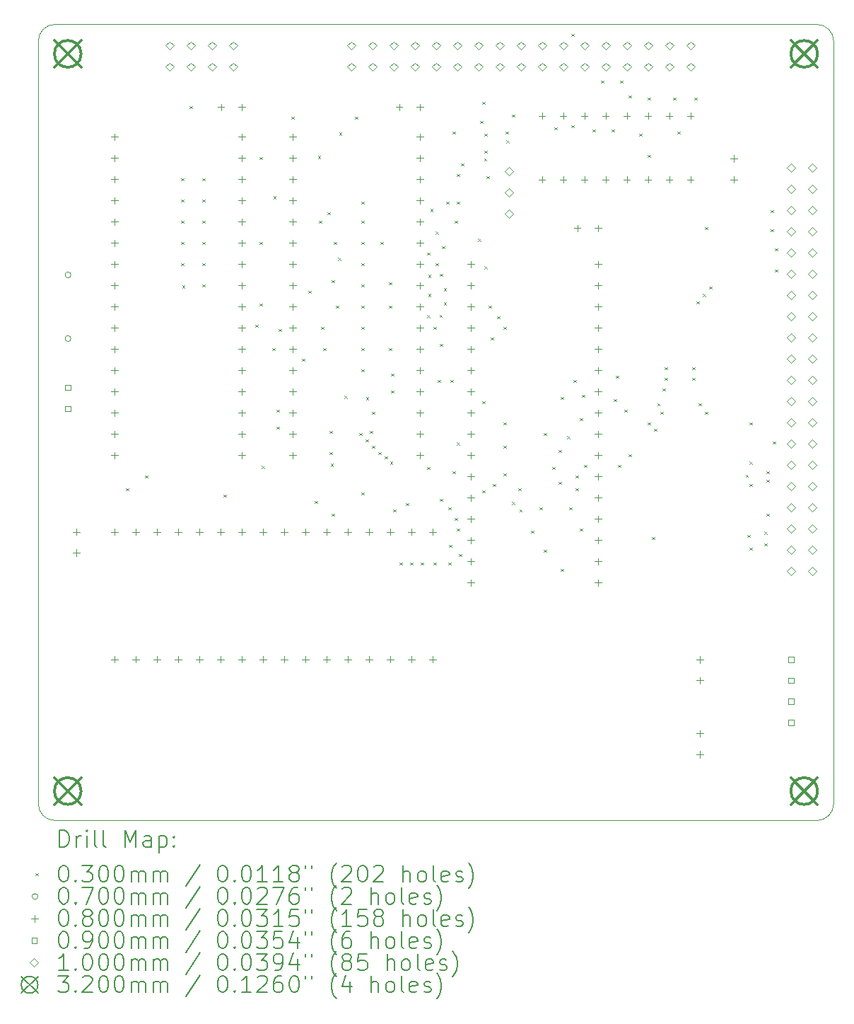
<source format=gbr>
%TF.GenerationSoftware,KiCad,Pcbnew,8.0.2*%
%TF.CreationDate,2024-06-19T15:00:47+02:00*%
%TF.ProjectId,rom_ram_board_v2,726f6d5f-7261-46d5-9f62-6f6172645f76,1.0*%
%TF.SameCoordinates,Original*%
%TF.FileFunction,Drillmap*%
%TF.FilePolarity,Positive*%
%FSLAX45Y45*%
G04 Gerber Fmt 4.5, Leading zero omitted, Abs format (unit mm)*
G04 Created by KiCad (PCBNEW 8.0.2) date 2024-06-19 15:00:47*
%MOMM*%
%LPD*%
G01*
G04 APERTURE LIST*
%ADD10C,0.100000*%
%ADD11C,0.200000*%
%ADD12C,0.320000*%
G04 APERTURE END LIST*
D10*
X2540000Y-2740000D02*
X2540000Y-11865000D01*
X12065000Y-2740000D02*
X12065000Y-11865000D01*
X12065000Y-11865000D02*
G75*
G02*
X11865000Y-12065000I-200000J0D01*
G01*
X2740000Y-12065000D02*
G75*
G02*
X2540000Y-11865000I0J200000D01*
G01*
X2540000Y-2740000D02*
G75*
G02*
X2740000Y-2540000I200000J0D01*
G01*
X11865000Y-2540000D02*
G75*
G02*
X12065000Y-2740000I0J-200000D01*
G01*
X2740000Y-12065000D02*
X11865000Y-12065000D01*
X2740000Y-2540000D02*
X11865000Y-2540000D01*
D11*
D10*
X3591800Y-8087600D02*
X3621800Y-8117600D01*
X3621800Y-8087600D02*
X3591800Y-8117600D01*
X3820400Y-7935200D02*
X3850400Y-7965200D01*
X3850400Y-7935200D02*
X3820400Y-7965200D01*
X4252200Y-4379200D02*
X4282200Y-4409200D01*
X4282200Y-4379200D02*
X4252200Y-4409200D01*
X4252200Y-4633200D02*
X4282200Y-4663200D01*
X4282200Y-4633200D02*
X4252200Y-4663200D01*
X4252200Y-4887200D02*
X4282200Y-4917200D01*
X4282200Y-4887200D02*
X4252200Y-4917200D01*
X4252200Y-5141200D02*
X4282200Y-5171200D01*
X4282200Y-5141200D02*
X4252200Y-5171200D01*
X4252200Y-5395200D02*
X4282200Y-5425200D01*
X4282200Y-5395200D02*
X4252200Y-5425200D01*
X4264900Y-5661900D02*
X4294900Y-5691900D01*
X4294900Y-5661900D02*
X4264900Y-5691900D01*
X4353800Y-3515600D02*
X4383800Y-3545600D01*
X4383800Y-3515600D02*
X4353800Y-3545600D01*
X4506200Y-4379200D02*
X4536200Y-4409200D01*
X4536200Y-4379200D02*
X4506200Y-4409200D01*
X4506200Y-4633200D02*
X4536200Y-4663200D01*
X4536200Y-4633200D02*
X4506200Y-4663200D01*
X4506200Y-4887200D02*
X4536200Y-4917200D01*
X4536200Y-4887200D02*
X4506200Y-4917200D01*
X4506200Y-5141200D02*
X4536200Y-5171200D01*
X4536200Y-5141200D02*
X4506200Y-5171200D01*
X4506200Y-5395200D02*
X4536200Y-5425200D01*
X4536200Y-5395200D02*
X4506200Y-5425200D01*
X4506200Y-5649200D02*
X4536200Y-5679200D01*
X4536200Y-5649200D02*
X4506200Y-5679200D01*
X4760200Y-8163800D02*
X4790200Y-8193800D01*
X4790200Y-8163800D02*
X4760200Y-8193800D01*
X5141200Y-6131800D02*
X5171200Y-6161800D01*
X5171200Y-6131800D02*
X5141200Y-6161800D01*
X5192000Y-4125200D02*
X5222000Y-4155200D01*
X5222000Y-4125200D02*
X5192000Y-4155200D01*
X5192000Y-5141200D02*
X5222000Y-5171200D01*
X5222000Y-5141200D02*
X5192000Y-5171200D01*
X5192000Y-5877800D02*
X5222000Y-5907800D01*
X5222000Y-5877800D02*
X5192000Y-5907800D01*
X5217400Y-7820900D02*
X5247400Y-7850900D01*
X5247400Y-7820900D02*
X5217400Y-7850900D01*
X5344400Y-6411200D02*
X5374400Y-6441200D01*
X5374400Y-6411200D02*
X5344400Y-6441200D01*
X5356550Y-4595100D02*
X5386550Y-4625100D01*
X5386550Y-4595100D02*
X5356550Y-4625100D01*
X5395200Y-7147800D02*
X5425200Y-7177800D01*
X5425200Y-7147800D02*
X5395200Y-7177800D01*
X5395200Y-7351000D02*
X5425200Y-7381000D01*
X5425200Y-7351000D02*
X5395200Y-7381000D01*
X5420600Y-6182600D02*
X5450600Y-6212600D01*
X5450600Y-6182600D02*
X5420600Y-6212600D01*
X5573000Y-3642600D02*
X5603000Y-3672600D01*
X5603000Y-3642600D02*
X5573000Y-3672600D01*
X5700000Y-6538200D02*
X5730000Y-6568200D01*
X5730000Y-6538200D02*
X5700000Y-6568200D01*
X5776200Y-5725400D02*
X5806200Y-5755400D01*
X5806200Y-5725400D02*
X5776200Y-5755400D01*
X5852400Y-8240000D02*
X5882400Y-8270000D01*
X5882400Y-8240000D02*
X5852400Y-8270000D01*
X5890500Y-4112500D02*
X5920500Y-4142500D01*
X5920500Y-4112500D02*
X5890500Y-4142500D01*
X5903200Y-4887200D02*
X5933200Y-4917200D01*
X5933200Y-4887200D02*
X5903200Y-4917200D01*
X5928600Y-6157200D02*
X5958600Y-6187200D01*
X5958600Y-6157200D02*
X5928600Y-6187200D01*
X5954000Y-6411200D02*
X5984000Y-6441200D01*
X5984000Y-6411200D02*
X5954000Y-6441200D01*
X6004800Y-4785600D02*
X6034800Y-4815600D01*
X6034800Y-4785600D02*
X6004800Y-4815600D01*
X6030200Y-7401800D02*
X6060200Y-7431800D01*
X6060200Y-7401800D02*
X6030200Y-7431800D01*
X6030200Y-7655800D02*
X6060200Y-7685800D01*
X6060200Y-7655800D02*
X6030200Y-7685800D01*
X6042900Y-7795500D02*
X6072900Y-7825500D01*
X6072900Y-7795500D02*
X6042900Y-7825500D01*
X6055600Y-5598400D02*
X6085600Y-5628400D01*
X6085600Y-5598400D02*
X6055600Y-5628400D01*
X6055600Y-8392400D02*
X6085600Y-8422400D01*
X6085600Y-8392400D02*
X6055600Y-8422400D01*
X6081000Y-5141200D02*
X6111000Y-5171200D01*
X6111000Y-5141200D02*
X6081000Y-5171200D01*
X6106400Y-5903200D02*
X6136400Y-5933200D01*
X6136400Y-5903200D02*
X6106400Y-5933200D01*
X6131800Y-5330650D02*
X6161800Y-5360650D01*
X6161800Y-5330650D02*
X6131800Y-5360650D01*
X6144500Y-3833100D02*
X6174500Y-3863100D01*
X6174500Y-3833100D02*
X6144500Y-3863100D01*
X6208000Y-6982700D02*
X6238000Y-7012700D01*
X6238000Y-6982700D02*
X6208000Y-7012700D01*
X6335000Y-3642600D02*
X6365000Y-3672600D01*
X6365000Y-3642600D02*
X6335000Y-3672600D01*
X6385800Y-7427200D02*
X6415800Y-7457200D01*
X6415800Y-7427200D02*
X6385800Y-7457200D01*
X6411200Y-4658600D02*
X6441200Y-4688600D01*
X6441200Y-4658600D02*
X6411200Y-4688600D01*
X6411200Y-4887200D02*
X6441200Y-4917200D01*
X6441200Y-4887200D02*
X6411200Y-4917200D01*
X6411200Y-5141200D02*
X6441200Y-5171200D01*
X6441200Y-5141200D02*
X6411200Y-5171200D01*
X6411200Y-5395200D02*
X6441200Y-5425200D01*
X6441200Y-5395200D02*
X6411200Y-5425200D01*
X6411200Y-5649200D02*
X6441200Y-5679200D01*
X6441200Y-5649200D02*
X6411200Y-5679200D01*
X6411200Y-5903200D02*
X6441200Y-5933200D01*
X6441200Y-5903200D02*
X6411200Y-5933200D01*
X6411200Y-6157200D02*
X6441200Y-6187200D01*
X6441200Y-6157200D02*
X6411200Y-6187200D01*
X6411200Y-6411200D02*
X6441200Y-6441200D01*
X6441200Y-6411200D02*
X6411200Y-6441200D01*
X6411200Y-6665200D02*
X6441200Y-6695200D01*
X6441200Y-6665200D02*
X6411200Y-6695200D01*
X6411200Y-8138400D02*
X6441200Y-8168400D01*
X6441200Y-8138400D02*
X6411200Y-8168400D01*
X6462000Y-7503400D02*
X6492000Y-7533400D01*
X6492000Y-7503400D02*
X6462000Y-7533400D01*
X6464127Y-6997791D02*
X6494127Y-7027791D01*
X6494127Y-6997791D02*
X6464127Y-7027791D01*
X6512800Y-7401800D02*
X6542800Y-7431800D01*
X6542800Y-7401800D02*
X6512800Y-7431800D01*
X6538200Y-7173200D02*
X6568200Y-7203200D01*
X6568200Y-7173200D02*
X6538200Y-7203200D01*
X6538200Y-7579600D02*
X6568200Y-7609600D01*
X6568200Y-7579600D02*
X6538200Y-7609600D01*
X6614400Y-7655800D02*
X6644400Y-7685800D01*
X6644400Y-7655800D02*
X6614400Y-7685800D01*
X6639800Y-5141200D02*
X6669800Y-5171200D01*
X6669800Y-5141200D02*
X6639800Y-5171200D01*
X6690600Y-7706600D02*
X6720600Y-7736600D01*
X6720600Y-7706600D02*
X6690600Y-7736600D01*
X6741400Y-5623800D02*
X6771400Y-5653800D01*
X6771400Y-5623800D02*
X6741400Y-5653800D01*
X6741400Y-5903200D02*
X6771400Y-5933200D01*
X6771400Y-5903200D02*
X6741400Y-5933200D01*
X6741400Y-6411200D02*
X6771400Y-6441200D01*
X6771400Y-6411200D02*
X6741400Y-6441200D01*
X6754100Y-7770100D02*
X6784100Y-7800100D01*
X6784100Y-7770100D02*
X6754100Y-7800100D01*
X6766800Y-6716000D02*
X6796800Y-6746000D01*
X6796800Y-6716000D02*
X6766800Y-6746000D01*
X6766800Y-6919200D02*
X6796800Y-6949200D01*
X6796800Y-6919200D02*
X6766800Y-6949200D01*
X6792200Y-8341600D02*
X6822200Y-8371600D01*
X6822200Y-8341600D02*
X6792200Y-8371600D01*
X6868400Y-8976600D02*
X6898400Y-9006600D01*
X6898400Y-8976600D02*
X6868400Y-9006600D01*
X6944600Y-8265400D02*
X6974600Y-8295400D01*
X6974600Y-8265400D02*
X6944600Y-8295400D01*
X6995400Y-8976600D02*
X7025400Y-9006600D01*
X7025400Y-8976600D02*
X6995400Y-9006600D01*
X7122400Y-8976600D02*
X7152400Y-9006600D01*
X7152400Y-8976600D02*
X7122400Y-9006600D01*
X7198150Y-6017500D02*
X7228150Y-6047500D01*
X7228150Y-6017500D02*
X7198150Y-6047500D01*
X7198600Y-5268200D02*
X7228600Y-5298200D01*
X7228600Y-5268200D02*
X7198600Y-5298200D01*
X7198600Y-7833600D02*
X7228600Y-7863600D01*
X7228600Y-7833600D02*
X7198600Y-7863600D01*
X7210982Y-5535218D02*
X7240982Y-5565218D01*
X7240982Y-5535218D02*
X7210982Y-5565218D01*
X7211300Y-5763500D02*
X7241300Y-5793500D01*
X7241300Y-5763500D02*
X7211300Y-5793500D01*
X7236700Y-4747500D02*
X7266700Y-4777500D01*
X7266700Y-4747500D02*
X7236700Y-4777500D01*
X7274800Y-6157200D02*
X7304800Y-6187200D01*
X7304800Y-6157200D02*
X7274800Y-6187200D01*
X7274800Y-8976600D02*
X7304800Y-9006600D01*
X7304800Y-8976600D02*
X7274800Y-9006600D01*
X7297491Y-5016909D02*
X7327491Y-5046909D01*
X7327491Y-5016909D02*
X7297491Y-5046909D01*
X7300200Y-5395200D02*
X7330200Y-5425200D01*
X7330200Y-5395200D02*
X7300200Y-5425200D01*
X7325600Y-6792200D02*
X7355600Y-6822200D01*
X7355600Y-6792200D02*
X7325600Y-6822200D01*
X7344650Y-6014393D02*
X7374650Y-6044393D01*
X7374650Y-6014393D02*
X7344650Y-6044393D01*
X7351000Y-5522200D02*
X7381000Y-5552200D01*
X7381000Y-5522200D02*
X7351000Y-5552200D01*
X7351000Y-6360400D02*
X7381000Y-6390400D01*
X7381000Y-6360400D02*
X7351000Y-6390400D01*
X7351000Y-8214600D02*
X7381000Y-8244600D01*
X7381000Y-8214600D02*
X7351000Y-8244600D01*
X7376400Y-5192000D02*
X7406400Y-5222000D01*
X7406400Y-5192000D02*
X7376400Y-5222000D01*
X7394400Y-5697765D02*
X7424400Y-5727765D01*
X7424400Y-5697765D02*
X7394400Y-5727765D01*
X7396150Y-5865100D02*
X7426150Y-5895100D01*
X7426150Y-5865100D02*
X7396150Y-5895100D01*
X7427200Y-4658600D02*
X7457200Y-4688600D01*
X7457200Y-4658600D02*
X7427200Y-4688600D01*
X7452600Y-8316200D02*
X7482600Y-8346200D01*
X7482600Y-8316200D02*
X7452600Y-8346200D01*
X7452600Y-8976600D02*
X7482600Y-9006600D01*
X7482600Y-8976600D02*
X7452600Y-9006600D01*
X7458950Y-8767050D02*
X7488950Y-8797050D01*
X7488950Y-8767050D02*
X7458950Y-8797050D01*
X7478000Y-6792200D02*
X7508000Y-6822200D01*
X7508000Y-6792200D02*
X7478000Y-6822200D01*
X7503400Y-3820400D02*
X7533400Y-3850400D01*
X7533400Y-3820400D02*
X7503400Y-3850400D01*
X7503400Y-7884400D02*
X7533400Y-7914400D01*
X7533400Y-7884400D02*
X7503400Y-7914400D01*
X7528800Y-4887200D02*
X7558800Y-4917200D01*
X7558800Y-4887200D02*
X7528800Y-4917200D01*
X7528800Y-8443200D02*
X7558800Y-8473200D01*
X7558800Y-8443200D02*
X7528800Y-8473200D01*
X7554200Y-4328400D02*
X7584200Y-4358400D01*
X7584200Y-4328400D02*
X7554200Y-4358400D01*
X7554200Y-4658600D02*
X7584200Y-4688600D01*
X7584200Y-4658600D02*
X7554200Y-4688600D01*
X7554200Y-7541500D02*
X7584200Y-7571500D01*
X7584200Y-7541500D02*
X7554200Y-7571500D01*
X7554200Y-8570200D02*
X7584200Y-8600200D01*
X7584200Y-8570200D02*
X7554200Y-8600200D01*
X7579600Y-8875000D02*
X7609600Y-8905000D01*
X7609600Y-8875000D02*
X7579600Y-8905000D01*
X7605000Y-4201400D02*
X7635000Y-4231400D01*
X7635000Y-4201400D02*
X7605000Y-4231400D01*
X7808200Y-5103100D02*
X7838200Y-5133100D01*
X7838200Y-5103100D02*
X7808200Y-5133100D01*
X7833600Y-3693400D02*
X7863600Y-3723400D01*
X7863600Y-3693400D02*
X7833600Y-3723400D01*
X7859000Y-3464800D02*
X7889000Y-3494800D01*
X7889000Y-3464800D02*
X7859000Y-3494800D01*
X7859000Y-7046200D02*
X7889000Y-7076200D01*
X7889000Y-7046200D02*
X7859000Y-7076200D01*
X7859000Y-8113000D02*
X7889000Y-8143000D01*
X7889000Y-8113000D02*
X7859000Y-8143000D01*
X7879605Y-4143277D02*
X7909605Y-4173277D01*
X7909605Y-4143277D02*
X7879605Y-4173277D01*
X7884400Y-3845800D02*
X7914400Y-3875800D01*
X7914400Y-3845800D02*
X7884400Y-3875800D01*
X7884400Y-4049000D02*
X7914400Y-4079000D01*
X7914400Y-4049000D02*
X7884400Y-4079000D01*
X7884400Y-5433300D02*
X7914400Y-5463300D01*
X7914400Y-5433300D02*
X7884400Y-5463300D01*
X7909800Y-4353800D02*
X7939800Y-4383800D01*
X7939800Y-4353800D02*
X7909800Y-4383800D01*
X7935200Y-5903200D02*
X7965200Y-5933200D01*
X7965200Y-5903200D02*
X7935200Y-5933200D01*
X7960600Y-6284200D02*
X7990600Y-6314200D01*
X7990600Y-6284200D02*
X7960600Y-6314200D01*
X7986000Y-8036800D02*
X8016000Y-8066800D01*
X8016000Y-8036800D02*
X7986000Y-8066800D01*
X8036800Y-6030200D02*
X8066800Y-6060200D01*
X8066800Y-6030200D02*
X8036800Y-6060200D01*
X8113000Y-6157200D02*
X8143000Y-6187200D01*
X8143000Y-6157200D02*
X8113000Y-6187200D01*
X8113000Y-7300200D02*
X8143000Y-7330200D01*
X8143000Y-7300200D02*
X8113000Y-7330200D01*
X8113000Y-7579600D02*
X8143000Y-7609600D01*
X8143000Y-7579600D02*
X8113000Y-7609600D01*
X8113000Y-7909800D02*
X8143000Y-7939800D01*
X8143000Y-7909800D02*
X8113000Y-7939800D01*
X8138400Y-3820400D02*
X8168400Y-3850400D01*
X8168400Y-3820400D02*
X8138400Y-3850400D01*
X8144200Y-3927800D02*
X8174200Y-3957800D01*
X8174200Y-3927800D02*
X8144200Y-3957800D01*
X8214600Y-3617200D02*
X8244600Y-3647200D01*
X8244600Y-3617200D02*
X8214600Y-3647200D01*
X8214600Y-8252700D02*
X8244600Y-8282700D01*
X8244600Y-8252700D02*
X8214600Y-8282700D01*
X8290800Y-8087600D02*
X8320800Y-8117600D01*
X8320800Y-8087600D02*
X8290800Y-8117600D01*
X8303500Y-8341600D02*
X8333500Y-8371600D01*
X8333500Y-8341600D02*
X8303500Y-8371600D01*
X8443200Y-8595600D02*
X8473200Y-8625600D01*
X8473200Y-8595600D02*
X8443200Y-8625600D01*
X8544800Y-8316200D02*
X8574800Y-8346200D01*
X8574800Y-8316200D02*
X8544800Y-8346200D01*
X8595600Y-7427200D02*
X8625600Y-7457200D01*
X8625600Y-7427200D02*
X8595600Y-7457200D01*
X8595600Y-8824200D02*
X8625600Y-8854200D01*
X8625600Y-8824200D02*
X8595600Y-8854200D01*
X8697200Y-7833600D02*
X8727200Y-7863600D01*
X8727200Y-7833600D02*
X8697200Y-7863600D01*
X8722600Y-3769600D02*
X8752600Y-3799600D01*
X8752600Y-3769600D02*
X8722600Y-3799600D01*
X8773400Y-7630400D02*
X8803400Y-7660400D01*
X8803400Y-7630400D02*
X8773400Y-7660400D01*
X8773400Y-8011400D02*
X8803400Y-8041400D01*
X8803400Y-8011400D02*
X8773400Y-8041400D01*
X8798800Y-6995400D02*
X8828800Y-7025400D01*
X8828800Y-6995400D02*
X8798800Y-7025400D01*
X8798800Y-9052800D02*
X8828800Y-9082800D01*
X8828800Y-9052800D02*
X8798800Y-9082800D01*
X8875000Y-7465300D02*
X8905000Y-7495300D01*
X8905000Y-7465300D02*
X8875000Y-7495300D01*
X8900400Y-8316200D02*
X8930400Y-8346200D01*
X8930400Y-8316200D02*
X8900400Y-8346200D01*
X8925800Y-2652000D02*
X8955800Y-2682000D01*
X8955800Y-2652000D02*
X8925800Y-2682000D01*
X8925800Y-3744200D02*
X8955800Y-3774200D01*
X8955800Y-3744200D02*
X8925800Y-3774200D01*
X8951200Y-6792200D02*
X8981200Y-6822200D01*
X8981200Y-6792200D02*
X8951200Y-6822200D01*
X8976600Y-7935200D02*
X9006600Y-7965200D01*
X9006600Y-7935200D02*
X8976600Y-7965200D01*
X8976600Y-8087600D02*
X9006600Y-8117600D01*
X9006600Y-8087600D02*
X8976600Y-8117600D01*
X9027400Y-7249400D02*
X9057400Y-7279400D01*
X9057400Y-7249400D02*
X9027400Y-7279400D01*
X9027400Y-8570200D02*
X9057400Y-8600200D01*
X9057400Y-8570200D02*
X9027400Y-8600200D01*
X9052800Y-6970000D02*
X9082800Y-7000000D01*
X9082800Y-6970000D02*
X9052800Y-7000000D01*
X9078200Y-7808200D02*
X9108200Y-7838200D01*
X9108200Y-7808200D02*
X9078200Y-7838200D01*
X9179800Y-3795000D02*
X9209800Y-3825000D01*
X9209800Y-3795000D02*
X9179800Y-3825000D01*
X9281400Y-3210800D02*
X9311400Y-3240800D01*
X9311400Y-3210800D02*
X9281400Y-3240800D01*
X9408400Y-3795000D02*
X9438400Y-3825000D01*
X9438400Y-3795000D02*
X9408400Y-3825000D01*
X9433800Y-7020800D02*
X9463800Y-7050800D01*
X9463800Y-7020800D02*
X9433800Y-7050800D01*
X9459200Y-6741400D02*
X9489200Y-6771400D01*
X9489200Y-6741400D02*
X9459200Y-6771400D01*
X9484600Y-7808200D02*
X9514600Y-7838200D01*
X9514600Y-7808200D02*
X9484600Y-7838200D01*
X9510000Y-3210800D02*
X9540000Y-3240800D01*
X9540000Y-3210800D02*
X9510000Y-3240800D01*
X9560800Y-7147800D02*
X9590800Y-7177800D01*
X9590800Y-7147800D02*
X9560800Y-7177800D01*
X9611600Y-3388600D02*
X9641600Y-3418600D01*
X9641600Y-3388600D02*
X9611600Y-3418600D01*
X9611600Y-7681200D02*
X9641600Y-7711200D01*
X9641600Y-7681200D02*
X9611600Y-7711200D01*
X9738600Y-3845800D02*
X9768600Y-3875800D01*
X9768600Y-3845800D02*
X9738600Y-3875800D01*
X9840200Y-3414000D02*
X9870200Y-3444000D01*
X9870200Y-3414000D02*
X9840200Y-3444000D01*
X9840200Y-4099800D02*
X9870200Y-4129800D01*
X9870200Y-4099800D02*
X9840200Y-4129800D01*
X9840200Y-7300200D02*
X9870200Y-7330200D01*
X9870200Y-7300200D02*
X9840200Y-7330200D01*
X9891000Y-8671800D02*
X9921000Y-8701800D01*
X9921000Y-8671800D02*
X9891000Y-8701800D01*
X9916400Y-7376400D02*
X9946400Y-7406400D01*
X9946400Y-7376400D02*
X9916400Y-7406400D01*
X9954500Y-7071600D02*
X9984500Y-7101600D01*
X9984500Y-7071600D02*
X9954500Y-7101600D01*
X9992600Y-7173200D02*
X10022600Y-7203200D01*
X10022600Y-7173200D02*
X9992600Y-7203200D01*
X10018000Y-6893800D02*
X10048000Y-6923800D01*
X10048000Y-6893800D02*
X10018000Y-6923800D01*
X10043400Y-6639800D02*
X10073400Y-6669800D01*
X10073400Y-6639800D02*
X10043400Y-6669800D01*
X10043400Y-6766800D02*
X10073400Y-6796800D01*
X10073400Y-6766800D02*
X10043400Y-6796800D01*
X10145000Y-3414000D02*
X10175000Y-3444000D01*
X10175000Y-3414000D02*
X10145000Y-3444000D01*
X10195800Y-3820400D02*
X10225800Y-3850400D01*
X10225800Y-3820400D02*
X10195800Y-3850400D01*
X10373600Y-6639800D02*
X10403600Y-6669800D01*
X10403600Y-6639800D02*
X10373600Y-6669800D01*
X10373600Y-6766800D02*
X10403600Y-6796800D01*
X10403600Y-6766800D02*
X10373600Y-6796800D01*
X10399000Y-3414000D02*
X10429000Y-3444000D01*
X10429000Y-3414000D02*
X10399000Y-3444000D01*
X10424400Y-5852400D02*
X10454400Y-5882400D01*
X10454400Y-5852400D02*
X10424400Y-5882400D01*
X10449800Y-7071600D02*
X10479800Y-7101600D01*
X10479800Y-7071600D02*
X10449800Y-7101600D01*
X10500600Y-5763500D02*
X10530600Y-5793500D01*
X10530600Y-5763500D02*
X10500600Y-5793500D01*
X10526000Y-4963400D02*
X10556000Y-4993400D01*
X10556000Y-4963400D02*
X10526000Y-4993400D01*
X10526000Y-7173200D02*
X10556000Y-7203200D01*
X10556000Y-7173200D02*
X10526000Y-7203200D01*
X10576800Y-5674600D02*
X10606800Y-5704600D01*
X10606800Y-5674600D02*
X10576800Y-5704600D01*
X11011996Y-7925896D02*
X11041996Y-7955896D01*
X11041996Y-7925896D02*
X11011996Y-7955896D01*
X11034000Y-8646400D02*
X11064000Y-8676400D01*
X11064000Y-8646400D02*
X11034000Y-8676400D01*
X11059400Y-7300200D02*
X11089400Y-7330200D01*
X11089400Y-7300200D02*
X11059400Y-7330200D01*
X11059400Y-7769550D02*
X11089400Y-7799550D01*
X11089400Y-7769550D02*
X11059400Y-7799550D01*
X11059400Y-8036800D02*
X11089400Y-8066800D01*
X11089400Y-8036800D02*
X11059400Y-8066800D01*
X11059400Y-8798800D02*
X11089400Y-8828800D01*
X11089400Y-8798800D02*
X11059400Y-8828800D01*
X11237200Y-8608300D02*
X11267200Y-8638300D01*
X11267200Y-8608300D02*
X11237200Y-8638300D01*
X11237200Y-8748000D02*
X11267200Y-8778000D01*
X11267200Y-8748000D02*
X11237200Y-8778000D01*
X11262600Y-7884400D02*
X11292600Y-7914400D01*
X11292600Y-7884400D02*
X11262600Y-7914400D01*
X11262600Y-7986000D02*
X11292600Y-8016000D01*
X11292600Y-7986000D02*
X11262600Y-8016000D01*
X11262600Y-8392400D02*
X11292600Y-8422400D01*
X11292600Y-8392400D02*
X11262600Y-8422400D01*
X11313400Y-4760200D02*
X11343400Y-4790200D01*
X11343400Y-4760200D02*
X11313400Y-4790200D01*
X11313400Y-4988800D02*
X11343400Y-5018800D01*
X11343400Y-4988800D02*
X11313400Y-5018800D01*
X11338800Y-7528800D02*
X11368800Y-7558800D01*
X11368800Y-7528800D02*
X11338800Y-7558800D01*
X11364200Y-5217400D02*
X11394200Y-5247400D01*
X11394200Y-5217400D02*
X11364200Y-5247400D01*
X11364200Y-5471400D02*
X11394200Y-5501400D01*
X11394200Y-5471400D02*
X11364200Y-5501400D01*
X2930600Y-5537200D02*
G75*
G02*
X2860600Y-5537200I-35000J0D01*
G01*
X2860600Y-5537200D02*
G75*
G02*
X2930600Y-5537200I35000J0D01*
G01*
X2930600Y-6299200D02*
G75*
G02*
X2860600Y-6299200I-35000J0D01*
G01*
X2860600Y-6299200D02*
G75*
G02*
X2930600Y-6299200I35000J0D01*
G01*
X2997200Y-8571100D02*
X2997200Y-8651100D01*
X2957200Y-8611100D02*
X3037200Y-8611100D01*
X2997200Y-8821100D02*
X2997200Y-8901100D01*
X2957200Y-8861100D02*
X3037200Y-8861100D01*
X3454400Y-3846200D02*
X3454400Y-3926200D01*
X3414400Y-3886200D02*
X3494400Y-3886200D01*
X3454400Y-4100200D02*
X3454400Y-4180200D01*
X3414400Y-4140200D02*
X3494400Y-4140200D01*
X3454400Y-4354200D02*
X3454400Y-4434200D01*
X3414400Y-4394200D02*
X3494400Y-4394200D01*
X3454400Y-4608200D02*
X3454400Y-4688200D01*
X3414400Y-4648200D02*
X3494400Y-4648200D01*
X3454400Y-4862200D02*
X3454400Y-4942200D01*
X3414400Y-4902200D02*
X3494400Y-4902200D01*
X3454400Y-5116200D02*
X3454400Y-5196200D01*
X3414400Y-5156200D02*
X3494400Y-5156200D01*
X3454400Y-5370200D02*
X3454400Y-5450200D01*
X3414400Y-5410200D02*
X3494400Y-5410200D01*
X3454400Y-5624200D02*
X3454400Y-5704200D01*
X3414400Y-5664200D02*
X3494400Y-5664200D01*
X3454400Y-5878200D02*
X3454400Y-5958200D01*
X3414400Y-5918200D02*
X3494400Y-5918200D01*
X3454400Y-6132200D02*
X3454400Y-6212200D01*
X3414400Y-6172200D02*
X3494400Y-6172200D01*
X3454400Y-6386200D02*
X3454400Y-6466200D01*
X3414400Y-6426200D02*
X3494400Y-6426200D01*
X3454400Y-6640200D02*
X3454400Y-6720200D01*
X3414400Y-6680200D02*
X3494400Y-6680200D01*
X3454400Y-6894200D02*
X3454400Y-6974200D01*
X3414400Y-6934200D02*
X3494400Y-6934200D01*
X3454400Y-7148200D02*
X3454400Y-7228200D01*
X3414400Y-7188200D02*
X3494400Y-7188200D01*
X3454400Y-7402200D02*
X3454400Y-7482200D01*
X3414400Y-7442200D02*
X3494400Y-7442200D01*
X3454400Y-7656200D02*
X3454400Y-7736200D01*
X3414400Y-7696200D02*
X3494400Y-7696200D01*
X3454400Y-8571100D02*
X3454400Y-8651100D01*
X3414400Y-8611100D02*
X3494400Y-8611100D01*
X3454400Y-10095100D02*
X3454400Y-10175100D01*
X3414400Y-10135100D02*
X3494400Y-10135100D01*
X3708400Y-8571100D02*
X3708400Y-8651100D01*
X3668400Y-8611100D02*
X3748400Y-8611100D01*
X3708400Y-10095100D02*
X3708400Y-10175100D01*
X3668400Y-10135100D02*
X3748400Y-10135100D01*
X3962400Y-8571100D02*
X3962400Y-8651100D01*
X3922400Y-8611100D02*
X4002400Y-8611100D01*
X3962400Y-10095100D02*
X3962400Y-10175100D01*
X3922400Y-10135100D02*
X4002400Y-10135100D01*
X4216400Y-8571100D02*
X4216400Y-8651100D01*
X4176400Y-8611100D02*
X4256400Y-8611100D01*
X4216400Y-10095100D02*
X4216400Y-10175100D01*
X4176400Y-10135100D02*
X4256400Y-10135100D01*
X4470400Y-8571100D02*
X4470400Y-8651100D01*
X4430400Y-8611100D02*
X4510400Y-8611100D01*
X4470400Y-10095100D02*
X4470400Y-10175100D01*
X4430400Y-10135100D02*
X4510400Y-10135100D01*
X4724400Y-8571100D02*
X4724400Y-8651100D01*
X4684400Y-8611100D02*
X4764400Y-8611100D01*
X4724400Y-10095100D02*
X4724400Y-10175100D01*
X4684400Y-10135100D02*
X4764400Y-10135100D01*
X4728400Y-3490600D02*
X4728400Y-3570600D01*
X4688400Y-3530600D02*
X4768400Y-3530600D01*
X4978400Y-3490600D02*
X4978400Y-3570600D01*
X4938400Y-3530600D02*
X5018400Y-3530600D01*
X4978400Y-3846200D02*
X4978400Y-3926200D01*
X4938400Y-3886200D02*
X5018400Y-3886200D01*
X4978400Y-4100200D02*
X4978400Y-4180200D01*
X4938400Y-4140200D02*
X5018400Y-4140200D01*
X4978400Y-4354200D02*
X4978400Y-4434200D01*
X4938400Y-4394200D02*
X5018400Y-4394200D01*
X4978400Y-4608200D02*
X4978400Y-4688200D01*
X4938400Y-4648200D02*
X5018400Y-4648200D01*
X4978400Y-4862200D02*
X4978400Y-4942200D01*
X4938400Y-4902200D02*
X5018400Y-4902200D01*
X4978400Y-5116200D02*
X4978400Y-5196200D01*
X4938400Y-5156200D02*
X5018400Y-5156200D01*
X4978400Y-5370200D02*
X4978400Y-5450200D01*
X4938400Y-5410200D02*
X5018400Y-5410200D01*
X4978400Y-5624200D02*
X4978400Y-5704200D01*
X4938400Y-5664200D02*
X5018400Y-5664200D01*
X4978400Y-5878200D02*
X4978400Y-5958200D01*
X4938400Y-5918200D02*
X5018400Y-5918200D01*
X4978400Y-6132200D02*
X4978400Y-6212200D01*
X4938400Y-6172200D02*
X5018400Y-6172200D01*
X4978400Y-6386200D02*
X4978400Y-6466200D01*
X4938400Y-6426200D02*
X5018400Y-6426200D01*
X4978400Y-6640200D02*
X4978400Y-6720200D01*
X4938400Y-6680200D02*
X5018400Y-6680200D01*
X4978400Y-6894200D02*
X4978400Y-6974200D01*
X4938400Y-6934200D02*
X5018400Y-6934200D01*
X4978400Y-7148200D02*
X4978400Y-7228200D01*
X4938400Y-7188200D02*
X5018400Y-7188200D01*
X4978400Y-7402200D02*
X4978400Y-7482200D01*
X4938400Y-7442200D02*
X5018400Y-7442200D01*
X4978400Y-7656200D02*
X4978400Y-7736200D01*
X4938400Y-7696200D02*
X5018400Y-7696200D01*
X4978400Y-8571100D02*
X4978400Y-8651100D01*
X4938400Y-8611100D02*
X5018400Y-8611100D01*
X4978400Y-10095100D02*
X4978400Y-10175100D01*
X4938400Y-10135100D02*
X5018400Y-10135100D01*
X5232400Y-8571100D02*
X5232400Y-8651100D01*
X5192400Y-8611100D02*
X5272400Y-8611100D01*
X5232400Y-10095100D02*
X5232400Y-10175100D01*
X5192400Y-10135100D02*
X5272400Y-10135100D01*
X5486400Y-8571100D02*
X5486400Y-8651100D01*
X5446400Y-8611100D02*
X5526400Y-8611100D01*
X5486400Y-10095100D02*
X5486400Y-10175100D01*
X5446400Y-10135100D02*
X5526400Y-10135100D01*
X5588000Y-3846200D02*
X5588000Y-3926200D01*
X5548000Y-3886200D02*
X5628000Y-3886200D01*
X5588000Y-4100200D02*
X5588000Y-4180200D01*
X5548000Y-4140200D02*
X5628000Y-4140200D01*
X5588000Y-4354200D02*
X5588000Y-4434200D01*
X5548000Y-4394200D02*
X5628000Y-4394200D01*
X5588000Y-4608200D02*
X5588000Y-4688200D01*
X5548000Y-4648200D02*
X5628000Y-4648200D01*
X5588000Y-4862200D02*
X5588000Y-4942200D01*
X5548000Y-4902200D02*
X5628000Y-4902200D01*
X5588000Y-5116200D02*
X5588000Y-5196200D01*
X5548000Y-5156200D02*
X5628000Y-5156200D01*
X5588000Y-5370200D02*
X5588000Y-5450200D01*
X5548000Y-5410200D02*
X5628000Y-5410200D01*
X5588000Y-5624200D02*
X5588000Y-5704200D01*
X5548000Y-5664200D02*
X5628000Y-5664200D01*
X5588000Y-5878200D02*
X5588000Y-5958200D01*
X5548000Y-5918200D02*
X5628000Y-5918200D01*
X5588000Y-6132200D02*
X5588000Y-6212200D01*
X5548000Y-6172200D02*
X5628000Y-6172200D01*
X5588000Y-6386200D02*
X5588000Y-6466200D01*
X5548000Y-6426200D02*
X5628000Y-6426200D01*
X5588000Y-6640200D02*
X5588000Y-6720200D01*
X5548000Y-6680200D02*
X5628000Y-6680200D01*
X5588000Y-6894200D02*
X5588000Y-6974200D01*
X5548000Y-6934200D02*
X5628000Y-6934200D01*
X5588000Y-7148200D02*
X5588000Y-7228200D01*
X5548000Y-7188200D02*
X5628000Y-7188200D01*
X5588000Y-7402200D02*
X5588000Y-7482200D01*
X5548000Y-7442200D02*
X5628000Y-7442200D01*
X5588000Y-7656200D02*
X5588000Y-7736200D01*
X5548000Y-7696200D02*
X5628000Y-7696200D01*
X5740400Y-8571100D02*
X5740400Y-8651100D01*
X5700400Y-8611100D02*
X5780400Y-8611100D01*
X5740400Y-10095100D02*
X5740400Y-10175100D01*
X5700400Y-10135100D02*
X5780400Y-10135100D01*
X5994400Y-8571100D02*
X5994400Y-8651100D01*
X5954400Y-8611100D02*
X6034400Y-8611100D01*
X5994400Y-10095100D02*
X5994400Y-10175100D01*
X5954400Y-10135100D02*
X6034400Y-10135100D01*
X6248400Y-8571100D02*
X6248400Y-8651100D01*
X6208400Y-8611100D02*
X6288400Y-8611100D01*
X6248400Y-10095100D02*
X6248400Y-10175100D01*
X6208400Y-10135100D02*
X6288400Y-10135100D01*
X6502400Y-8571100D02*
X6502400Y-8651100D01*
X6462400Y-8611100D02*
X6542400Y-8611100D01*
X6502400Y-10095100D02*
X6502400Y-10175100D01*
X6462400Y-10135100D02*
X6542400Y-10135100D01*
X6756400Y-8571100D02*
X6756400Y-8651100D01*
X6716400Y-8611100D02*
X6796400Y-8611100D01*
X6756400Y-10095100D02*
X6756400Y-10175100D01*
X6716400Y-10135100D02*
X6796400Y-10135100D01*
X6862000Y-3490600D02*
X6862000Y-3570600D01*
X6822000Y-3530600D02*
X6902000Y-3530600D01*
X7010400Y-8571100D02*
X7010400Y-8651100D01*
X6970400Y-8611100D02*
X7050400Y-8611100D01*
X7010400Y-10095100D02*
X7010400Y-10175100D01*
X6970400Y-10135100D02*
X7050400Y-10135100D01*
X7112000Y-3490600D02*
X7112000Y-3570600D01*
X7072000Y-3530600D02*
X7152000Y-3530600D01*
X7112000Y-3846200D02*
X7112000Y-3926200D01*
X7072000Y-3886200D02*
X7152000Y-3886200D01*
X7112000Y-4100200D02*
X7112000Y-4180200D01*
X7072000Y-4140200D02*
X7152000Y-4140200D01*
X7112000Y-4354200D02*
X7112000Y-4434200D01*
X7072000Y-4394200D02*
X7152000Y-4394200D01*
X7112000Y-4608200D02*
X7112000Y-4688200D01*
X7072000Y-4648200D02*
X7152000Y-4648200D01*
X7112000Y-4862200D02*
X7112000Y-4942200D01*
X7072000Y-4902200D02*
X7152000Y-4902200D01*
X7112000Y-5116200D02*
X7112000Y-5196200D01*
X7072000Y-5156200D02*
X7152000Y-5156200D01*
X7112000Y-5370200D02*
X7112000Y-5450200D01*
X7072000Y-5410200D02*
X7152000Y-5410200D01*
X7112000Y-5624200D02*
X7112000Y-5704200D01*
X7072000Y-5664200D02*
X7152000Y-5664200D01*
X7112000Y-5878200D02*
X7112000Y-5958200D01*
X7072000Y-5918200D02*
X7152000Y-5918200D01*
X7112000Y-6132200D02*
X7112000Y-6212200D01*
X7072000Y-6172200D02*
X7152000Y-6172200D01*
X7112000Y-6386200D02*
X7112000Y-6466200D01*
X7072000Y-6426200D02*
X7152000Y-6426200D01*
X7112000Y-6640200D02*
X7112000Y-6720200D01*
X7072000Y-6680200D02*
X7152000Y-6680200D01*
X7112000Y-6894200D02*
X7112000Y-6974200D01*
X7072000Y-6934200D02*
X7152000Y-6934200D01*
X7112000Y-7148200D02*
X7112000Y-7228200D01*
X7072000Y-7188200D02*
X7152000Y-7188200D01*
X7112000Y-7402200D02*
X7112000Y-7482200D01*
X7072000Y-7442200D02*
X7152000Y-7442200D01*
X7112000Y-7656200D02*
X7112000Y-7736200D01*
X7072000Y-7696200D02*
X7152000Y-7696200D01*
X7264400Y-8571100D02*
X7264400Y-8651100D01*
X7224400Y-8611100D02*
X7304400Y-8611100D01*
X7264400Y-10095100D02*
X7264400Y-10175100D01*
X7224400Y-10135100D02*
X7304400Y-10135100D01*
X7721600Y-5370200D02*
X7721600Y-5450200D01*
X7681600Y-5410200D02*
X7761600Y-5410200D01*
X7721600Y-5624200D02*
X7721600Y-5704200D01*
X7681600Y-5664200D02*
X7761600Y-5664200D01*
X7721600Y-5878200D02*
X7721600Y-5958200D01*
X7681600Y-5918200D02*
X7761600Y-5918200D01*
X7721600Y-6132200D02*
X7721600Y-6212200D01*
X7681600Y-6172200D02*
X7761600Y-6172200D01*
X7721600Y-6386200D02*
X7721600Y-6466200D01*
X7681600Y-6426200D02*
X7761600Y-6426200D01*
X7721600Y-6640200D02*
X7721600Y-6720200D01*
X7681600Y-6680200D02*
X7761600Y-6680200D01*
X7721600Y-6894200D02*
X7721600Y-6974200D01*
X7681600Y-6934200D02*
X7761600Y-6934200D01*
X7721600Y-7148200D02*
X7721600Y-7228200D01*
X7681600Y-7188200D02*
X7761600Y-7188200D01*
X7721600Y-7402200D02*
X7721600Y-7482200D01*
X7681600Y-7442200D02*
X7761600Y-7442200D01*
X7721600Y-7656200D02*
X7721600Y-7736200D01*
X7681600Y-7696200D02*
X7761600Y-7696200D01*
X7721600Y-7910200D02*
X7721600Y-7990200D01*
X7681600Y-7950200D02*
X7761600Y-7950200D01*
X7721600Y-8164200D02*
X7721600Y-8244200D01*
X7681600Y-8204200D02*
X7761600Y-8204200D01*
X7721600Y-8418200D02*
X7721600Y-8498200D01*
X7681600Y-8458200D02*
X7761600Y-8458200D01*
X7721600Y-8672200D02*
X7721600Y-8752200D01*
X7681600Y-8712200D02*
X7761600Y-8712200D01*
X7721600Y-8926200D02*
X7721600Y-9006200D01*
X7681600Y-8966200D02*
X7761600Y-8966200D01*
X7721600Y-9180200D02*
X7721600Y-9260200D01*
X7681600Y-9220200D02*
X7761600Y-9220200D01*
X8572500Y-3593200D02*
X8572500Y-3673200D01*
X8532500Y-3633200D02*
X8612500Y-3633200D01*
X8572500Y-4355200D02*
X8572500Y-4435200D01*
X8532500Y-4395200D02*
X8612500Y-4395200D01*
X8826500Y-3593200D02*
X8826500Y-3673200D01*
X8786500Y-3633200D02*
X8866500Y-3633200D01*
X8826500Y-4355200D02*
X8826500Y-4435200D01*
X8786500Y-4395200D02*
X8866500Y-4395200D01*
X8995600Y-4938400D02*
X8995600Y-5018400D01*
X8955600Y-4978400D02*
X9035600Y-4978400D01*
X9080500Y-3593200D02*
X9080500Y-3673200D01*
X9040500Y-3633200D02*
X9120500Y-3633200D01*
X9080500Y-4355200D02*
X9080500Y-4435200D01*
X9040500Y-4395200D02*
X9120500Y-4395200D01*
X9245600Y-4938400D02*
X9245600Y-5018400D01*
X9205600Y-4978400D02*
X9285600Y-4978400D01*
X9245600Y-5370200D02*
X9245600Y-5450200D01*
X9205600Y-5410200D02*
X9285600Y-5410200D01*
X9245600Y-5624200D02*
X9245600Y-5704200D01*
X9205600Y-5664200D02*
X9285600Y-5664200D01*
X9245600Y-5878200D02*
X9245600Y-5958200D01*
X9205600Y-5918200D02*
X9285600Y-5918200D01*
X9245600Y-6132200D02*
X9245600Y-6212200D01*
X9205600Y-6172200D02*
X9285600Y-6172200D01*
X9245600Y-6386200D02*
X9245600Y-6466200D01*
X9205600Y-6426200D02*
X9285600Y-6426200D01*
X9245600Y-6640200D02*
X9245600Y-6720200D01*
X9205600Y-6680200D02*
X9285600Y-6680200D01*
X9245600Y-6894200D02*
X9245600Y-6974200D01*
X9205600Y-6934200D02*
X9285600Y-6934200D01*
X9245600Y-7148200D02*
X9245600Y-7228200D01*
X9205600Y-7188200D02*
X9285600Y-7188200D01*
X9245600Y-7402200D02*
X9245600Y-7482200D01*
X9205600Y-7442200D02*
X9285600Y-7442200D01*
X9245600Y-7656200D02*
X9245600Y-7736200D01*
X9205600Y-7696200D02*
X9285600Y-7696200D01*
X9245600Y-7910200D02*
X9245600Y-7990200D01*
X9205600Y-7950200D02*
X9285600Y-7950200D01*
X9245600Y-8164200D02*
X9245600Y-8244200D01*
X9205600Y-8204200D02*
X9285600Y-8204200D01*
X9245600Y-8418200D02*
X9245600Y-8498200D01*
X9205600Y-8458200D02*
X9285600Y-8458200D01*
X9245600Y-8672200D02*
X9245600Y-8752200D01*
X9205600Y-8712200D02*
X9285600Y-8712200D01*
X9245600Y-8926200D02*
X9245600Y-9006200D01*
X9205600Y-8966200D02*
X9285600Y-8966200D01*
X9245600Y-9180200D02*
X9245600Y-9260200D01*
X9205600Y-9220200D02*
X9285600Y-9220200D01*
X9334500Y-3593200D02*
X9334500Y-3673200D01*
X9294500Y-3633200D02*
X9374500Y-3633200D01*
X9334500Y-4355200D02*
X9334500Y-4435200D01*
X9294500Y-4395200D02*
X9374500Y-4395200D01*
X9588500Y-3593200D02*
X9588500Y-3673200D01*
X9548500Y-3633200D02*
X9628500Y-3633200D01*
X9588500Y-4355200D02*
X9588500Y-4435200D01*
X9548500Y-4395200D02*
X9628500Y-4395200D01*
X9842500Y-3593200D02*
X9842500Y-3673200D01*
X9802500Y-3633200D02*
X9882500Y-3633200D01*
X9842500Y-4355200D02*
X9842500Y-4435200D01*
X9802500Y-4395200D02*
X9882500Y-4395200D01*
X10096500Y-3593200D02*
X10096500Y-3673200D01*
X10056500Y-3633200D02*
X10136500Y-3633200D01*
X10096500Y-4355200D02*
X10096500Y-4435200D01*
X10056500Y-4395200D02*
X10136500Y-4395200D01*
X10350500Y-3593200D02*
X10350500Y-3673200D01*
X10310500Y-3633200D02*
X10390500Y-3633200D01*
X10350500Y-4355200D02*
X10350500Y-4435200D01*
X10310500Y-4395200D02*
X10390500Y-4395200D01*
X10464800Y-10098600D02*
X10464800Y-10178600D01*
X10424800Y-10138600D02*
X10504800Y-10138600D01*
X10464800Y-10348600D02*
X10464800Y-10428600D01*
X10424800Y-10388600D02*
X10504800Y-10388600D01*
X10464800Y-10983600D02*
X10464800Y-11063600D01*
X10424800Y-11023600D02*
X10504800Y-11023600D01*
X10464800Y-11233600D02*
X10464800Y-11313600D01*
X10424800Y-11273600D02*
X10504800Y-11273600D01*
X10871200Y-4105200D02*
X10871200Y-4185200D01*
X10831200Y-4145200D02*
X10911200Y-4145200D01*
X10871200Y-4355200D02*
X10871200Y-4435200D01*
X10831200Y-4395200D02*
X10911200Y-4395200D01*
X2927420Y-6915220D02*
X2927420Y-6851580D01*
X2863780Y-6851580D01*
X2863780Y-6915220D01*
X2927420Y-6915220D01*
X2927420Y-7169220D02*
X2927420Y-7105580D01*
X2863780Y-7105580D01*
X2863780Y-7169220D01*
X2927420Y-7169220D01*
X11588820Y-10172420D02*
X11588820Y-10108780D01*
X11525180Y-10108780D01*
X11525180Y-10172420D01*
X11588820Y-10172420D01*
X11588820Y-10422420D02*
X11588820Y-10358780D01*
X11525180Y-10358780D01*
X11525180Y-10422420D01*
X11588820Y-10422420D01*
X11588820Y-10672420D02*
X11588820Y-10608780D01*
X11525180Y-10608780D01*
X11525180Y-10672420D01*
X11588820Y-10672420D01*
X11588820Y-10922420D02*
X11588820Y-10858780D01*
X11525180Y-10858780D01*
X11525180Y-10922420D01*
X11588820Y-10922420D01*
X4114800Y-2844000D02*
X4164800Y-2794000D01*
X4114800Y-2744000D01*
X4064800Y-2794000D01*
X4114800Y-2844000D01*
X4114800Y-3098000D02*
X4164800Y-3048000D01*
X4114800Y-2998000D01*
X4064800Y-3048000D01*
X4114800Y-3098000D01*
X4368800Y-2844000D02*
X4418800Y-2794000D01*
X4368800Y-2744000D01*
X4318800Y-2794000D01*
X4368800Y-2844000D01*
X4368800Y-3098000D02*
X4418800Y-3048000D01*
X4368800Y-2998000D01*
X4318800Y-3048000D01*
X4368800Y-3098000D01*
X4622800Y-2844000D02*
X4672800Y-2794000D01*
X4622800Y-2744000D01*
X4572800Y-2794000D01*
X4622800Y-2844000D01*
X4622800Y-3098000D02*
X4672800Y-3048000D01*
X4622800Y-2998000D01*
X4572800Y-3048000D01*
X4622800Y-3098000D01*
X4876800Y-2844000D02*
X4926800Y-2794000D01*
X4876800Y-2744000D01*
X4826800Y-2794000D01*
X4876800Y-2844000D01*
X4876800Y-3098000D02*
X4926800Y-3048000D01*
X4876800Y-2998000D01*
X4826800Y-3048000D01*
X4876800Y-3098000D01*
X6286500Y-2844000D02*
X6336500Y-2794000D01*
X6286500Y-2744000D01*
X6236500Y-2794000D01*
X6286500Y-2844000D01*
X6286500Y-3098000D02*
X6336500Y-3048000D01*
X6286500Y-2998000D01*
X6236500Y-3048000D01*
X6286500Y-3098000D01*
X6540500Y-2844000D02*
X6590500Y-2794000D01*
X6540500Y-2744000D01*
X6490500Y-2794000D01*
X6540500Y-2844000D01*
X6540500Y-3098000D02*
X6590500Y-3048000D01*
X6540500Y-2998000D01*
X6490500Y-3048000D01*
X6540500Y-3098000D01*
X6794500Y-2844000D02*
X6844500Y-2794000D01*
X6794500Y-2744000D01*
X6744500Y-2794000D01*
X6794500Y-2844000D01*
X6794500Y-3098000D02*
X6844500Y-3048000D01*
X6794500Y-2998000D01*
X6744500Y-3048000D01*
X6794500Y-3098000D01*
X7048500Y-2844000D02*
X7098500Y-2794000D01*
X7048500Y-2744000D01*
X6998500Y-2794000D01*
X7048500Y-2844000D01*
X7048500Y-3098000D02*
X7098500Y-3048000D01*
X7048500Y-2998000D01*
X6998500Y-3048000D01*
X7048500Y-3098000D01*
X7302500Y-2844000D02*
X7352500Y-2794000D01*
X7302500Y-2744000D01*
X7252500Y-2794000D01*
X7302500Y-2844000D01*
X7302500Y-3098000D02*
X7352500Y-3048000D01*
X7302500Y-2998000D01*
X7252500Y-3048000D01*
X7302500Y-3098000D01*
X7556500Y-2844000D02*
X7606500Y-2794000D01*
X7556500Y-2744000D01*
X7506500Y-2794000D01*
X7556500Y-2844000D01*
X7556500Y-3098000D02*
X7606500Y-3048000D01*
X7556500Y-2998000D01*
X7506500Y-3048000D01*
X7556500Y-3098000D01*
X7810500Y-2844000D02*
X7860500Y-2794000D01*
X7810500Y-2744000D01*
X7760500Y-2794000D01*
X7810500Y-2844000D01*
X7810500Y-3098000D02*
X7860500Y-3048000D01*
X7810500Y-2998000D01*
X7760500Y-3048000D01*
X7810500Y-3098000D01*
X8064500Y-2844000D02*
X8114500Y-2794000D01*
X8064500Y-2744000D01*
X8014500Y-2794000D01*
X8064500Y-2844000D01*
X8064500Y-3098000D02*
X8114500Y-3048000D01*
X8064500Y-2998000D01*
X8014500Y-3048000D01*
X8064500Y-3098000D01*
X8178800Y-4344100D02*
X8228800Y-4294100D01*
X8178800Y-4244100D01*
X8128800Y-4294100D01*
X8178800Y-4344100D01*
X8178800Y-4598100D02*
X8228800Y-4548100D01*
X8178800Y-4498100D01*
X8128800Y-4548100D01*
X8178800Y-4598100D01*
X8178800Y-4852100D02*
X8228800Y-4802100D01*
X8178800Y-4752100D01*
X8128800Y-4802100D01*
X8178800Y-4852100D01*
X8318500Y-2844000D02*
X8368500Y-2794000D01*
X8318500Y-2744000D01*
X8268500Y-2794000D01*
X8318500Y-2844000D01*
X8318500Y-3098000D02*
X8368500Y-3048000D01*
X8318500Y-2998000D01*
X8268500Y-3048000D01*
X8318500Y-3098000D01*
X8572500Y-2844000D02*
X8622500Y-2794000D01*
X8572500Y-2744000D01*
X8522500Y-2794000D01*
X8572500Y-2844000D01*
X8572500Y-3098000D02*
X8622500Y-3048000D01*
X8572500Y-2998000D01*
X8522500Y-3048000D01*
X8572500Y-3098000D01*
X8826500Y-2844000D02*
X8876500Y-2794000D01*
X8826500Y-2744000D01*
X8776500Y-2794000D01*
X8826500Y-2844000D01*
X8826500Y-3098000D02*
X8876500Y-3048000D01*
X8826500Y-2998000D01*
X8776500Y-3048000D01*
X8826500Y-3098000D01*
X9080500Y-2844000D02*
X9130500Y-2794000D01*
X9080500Y-2744000D01*
X9030500Y-2794000D01*
X9080500Y-2844000D01*
X9080500Y-3098000D02*
X9130500Y-3048000D01*
X9080500Y-2998000D01*
X9030500Y-3048000D01*
X9080500Y-3098000D01*
X9334500Y-2844000D02*
X9384500Y-2794000D01*
X9334500Y-2744000D01*
X9284500Y-2794000D01*
X9334500Y-2844000D01*
X9334500Y-3098000D02*
X9384500Y-3048000D01*
X9334500Y-2998000D01*
X9284500Y-3048000D01*
X9334500Y-3098000D01*
X9588500Y-2844000D02*
X9638500Y-2794000D01*
X9588500Y-2744000D01*
X9538500Y-2794000D01*
X9588500Y-2844000D01*
X9588500Y-3098000D02*
X9638500Y-3048000D01*
X9588500Y-2998000D01*
X9538500Y-3048000D01*
X9588500Y-3098000D01*
X9842500Y-2844000D02*
X9892500Y-2794000D01*
X9842500Y-2744000D01*
X9792500Y-2794000D01*
X9842500Y-2844000D01*
X9842500Y-3098000D02*
X9892500Y-3048000D01*
X9842500Y-2998000D01*
X9792500Y-3048000D01*
X9842500Y-3098000D01*
X10096500Y-2844000D02*
X10146500Y-2794000D01*
X10096500Y-2744000D01*
X10046500Y-2794000D01*
X10096500Y-2844000D01*
X10096500Y-3098000D02*
X10146500Y-3048000D01*
X10096500Y-2998000D01*
X10046500Y-3048000D01*
X10096500Y-3098000D01*
X10350500Y-2844000D02*
X10400500Y-2794000D01*
X10350500Y-2744000D01*
X10300500Y-2794000D01*
X10350500Y-2844000D01*
X10350500Y-3098000D02*
X10400500Y-3048000D01*
X10350500Y-2998000D01*
X10300500Y-3048000D01*
X10350500Y-3098000D01*
X11557000Y-4304500D02*
X11607000Y-4254500D01*
X11557000Y-4204500D01*
X11507000Y-4254500D01*
X11557000Y-4304500D01*
X11557000Y-4558500D02*
X11607000Y-4508500D01*
X11557000Y-4458500D01*
X11507000Y-4508500D01*
X11557000Y-4558500D01*
X11557000Y-4812500D02*
X11607000Y-4762500D01*
X11557000Y-4712500D01*
X11507000Y-4762500D01*
X11557000Y-4812500D01*
X11557000Y-5066500D02*
X11607000Y-5016500D01*
X11557000Y-4966500D01*
X11507000Y-5016500D01*
X11557000Y-5066500D01*
X11557000Y-5320500D02*
X11607000Y-5270500D01*
X11557000Y-5220500D01*
X11507000Y-5270500D01*
X11557000Y-5320500D01*
X11557000Y-5574500D02*
X11607000Y-5524500D01*
X11557000Y-5474500D01*
X11507000Y-5524500D01*
X11557000Y-5574500D01*
X11557000Y-5828500D02*
X11607000Y-5778500D01*
X11557000Y-5728500D01*
X11507000Y-5778500D01*
X11557000Y-5828500D01*
X11557000Y-6082500D02*
X11607000Y-6032500D01*
X11557000Y-5982500D01*
X11507000Y-6032500D01*
X11557000Y-6082500D01*
X11557000Y-6336500D02*
X11607000Y-6286500D01*
X11557000Y-6236500D01*
X11507000Y-6286500D01*
X11557000Y-6336500D01*
X11557000Y-6590500D02*
X11607000Y-6540500D01*
X11557000Y-6490500D01*
X11507000Y-6540500D01*
X11557000Y-6590500D01*
X11557000Y-6844500D02*
X11607000Y-6794500D01*
X11557000Y-6744500D01*
X11507000Y-6794500D01*
X11557000Y-6844500D01*
X11557000Y-7098500D02*
X11607000Y-7048500D01*
X11557000Y-6998500D01*
X11507000Y-7048500D01*
X11557000Y-7098500D01*
X11557000Y-7352500D02*
X11607000Y-7302500D01*
X11557000Y-7252500D01*
X11507000Y-7302500D01*
X11557000Y-7352500D01*
X11557000Y-7606500D02*
X11607000Y-7556500D01*
X11557000Y-7506500D01*
X11507000Y-7556500D01*
X11557000Y-7606500D01*
X11557000Y-7860500D02*
X11607000Y-7810500D01*
X11557000Y-7760500D01*
X11507000Y-7810500D01*
X11557000Y-7860500D01*
X11557000Y-8114500D02*
X11607000Y-8064500D01*
X11557000Y-8014500D01*
X11507000Y-8064500D01*
X11557000Y-8114500D01*
X11557000Y-8368500D02*
X11607000Y-8318500D01*
X11557000Y-8268500D01*
X11507000Y-8318500D01*
X11557000Y-8368500D01*
X11557000Y-8622500D02*
X11607000Y-8572500D01*
X11557000Y-8522500D01*
X11507000Y-8572500D01*
X11557000Y-8622500D01*
X11557000Y-8876500D02*
X11607000Y-8826500D01*
X11557000Y-8776500D01*
X11507000Y-8826500D01*
X11557000Y-8876500D01*
X11557000Y-9130500D02*
X11607000Y-9080500D01*
X11557000Y-9030500D01*
X11507000Y-9080500D01*
X11557000Y-9130500D01*
X11811000Y-4304500D02*
X11861000Y-4254500D01*
X11811000Y-4204500D01*
X11761000Y-4254500D01*
X11811000Y-4304500D01*
X11811000Y-4558500D02*
X11861000Y-4508500D01*
X11811000Y-4458500D01*
X11761000Y-4508500D01*
X11811000Y-4558500D01*
X11811000Y-4812500D02*
X11861000Y-4762500D01*
X11811000Y-4712500D01*
X11761000Y-4762500D01*
X11811000Y-4812500D01*
X11811000Y-5066500D02*
X11861000Y-5016500D01*
X11811000Y-4966500D01*
X11761000Y-5016500D01*
X11811000Y-5066500D01*
X11811000Y-5320500D02*
X11861000Y-5270500D01*
X11811000Y-5220500D01*
X11761000Y-5270500D01*
X11811000Y-5320500D01*
X11811000Y-5574500D02*
X11861000Y-5524500D01*
X11811000Y-5474500D01*
X11761000Y-5524500D01*
X11811000Y-5574500D01*
X11811000Y-5828500D02*
X11861000Y-5778500D01*
X11811000Y-5728500D01*
X11761000Y-5778500D01*
X11811000Y-5828500D01*
X11811000Y-6082500D02*
X11861000Y-6032500D01*
X11811000Y-5982500D01*
X11761000Y-6032500D01*
X11811000Y-6082500D01*
X11811000Y-6336500D02*
X11861000Y-6286500D01*
X11811000Y-6236500D01*
X11761000Y-6286500D01*
X11811000Y-6336500D01*
X11811000Y-6590500D02*
X11861000Y-6540500D01*
X11811000Y-6490500D01*
X11761000Y-6540500D01*
X11811000Y-6590500D01*
X11811000Y-6844500D02*
X11861000Y-6794500D01*
X11811000Y-6744500D01*
X11761000Y-6794500D01*
X11811000Y-6844500D01*
X11811000Y-7098500D02*
X11861000Y-7048500D01*
X11811000Y-6998500D01*
X11761000Y-7048500D01*
X11811000Y-7098500D01*
X11811000Y-7352500D02*
X11861000Y-7302500D01*
X11811000Y-7252500D01*
X11761000Y-7302500D01*
X11811000Y-7352500D01*
X11811000Y-7606500D02*
X11861000Y-7556500D01*
X11811000Y-7506500D01*
X11761000Y-7556500D01*
X11811000Y-7606500D01*
X11811000Y-7860500D02*
X11861000Y-7810500D01*
X11811000Y-7760500D01*
X11761000Y-7810500D01*
X11811000Y-7860500D01*
X11811000Y-8114500D02*
X11861000Y-8064500D01*
X11811000Y-8014500D01*
X11761000Y-8064500D01*
X11811000Y-8114500D01*
X11811000Y-8368500D02*
X11861000Y-8318500D01*
X11811000Y-8268500D01*
X11761000Y-8318500D01*
X11811000Y-8368500D01*
X11811000Y-8622500D02*
X11861000Y-8572500D01*
X11811000Y-8522500D01*
X11761000Y-8572500D01*
X11811000Y-8622500D01*
X11811000Y-8876500D02*
X11861000Y-8826500D01*
X11811000Y-8776500D01*
X11761000Y-8826500D01*
X11811000Y-8876500D01*
X11811000Y-9130500D02*
X11861000Y-9080500D01*
X11811000Y-9030500D01*
X11761000Y-9080500D01*
X11811000Y-9130500D01*
D12*
X2732500Y-2732500D02*
X3052500Y-3052500D01*
X3052500Y-2732500D02*
X2732500Y-3052500D01*
X3052500Y-2892500D02*
G75*
G02*
X2732500Y-2892500I-160000J0D01*
G01*
X2732500Y-2892500D02*
G75*
G02*
X3052500Y-2892500I160000J0D01*
G01*
X2732500Y-11552500D02*
X3052500Y-11872500D01*
X3052500Y-11552500D02*
X2732500Y-11872500D01*
X3052500Y-11712500D02*
G75*
G02*
X2732500Y-11712500I-160000J0D01*
G01*
X2732500Y-11712500D02*
G75*
G02*
X3052500Y-11712500I160000J0D01*
G01*
X11552500Y-2732500D02*
X11872500Y-3052500D01*
X11872500Y-2732500D02*
X11552500Y-3052500D01*
X11872500Y-2892500D02*
G75*
G02*
X11552500Y-2892500I-160000J0D01*
G01*
X11552500Y-2892500D02*
G75*
G02*
X11872500Y-2892500I160000J0D01*
G01*
X11552500Y-11552500D02*
X11872500Y-11872500D01*
X11872500Y-11552500D02*
X11552500Y-11872500D01*
X11872500Y-11712500D02*
G75*
G02*
X11552500Y-11712500I-160000J0D01*
G01*
X11552500Y-11712500D02*
G75*
G02*
X11872500Y-11712500I160000J0D01*
G01*
D11*
X2795777Y-12381484D02*
X2795777Y-12181484D01*
X2795777Y-12181484D02*
X2843396Y-12181484D01*
X2843396Y-12181484D02*
X2871967Y-12191008D01*
X2871967Y-12191008D02*
X2891015Y-12210055D01*
X2891015Y-12210055D02*
X2900539Y-12229103D01*
X2900539Y-12229103D02*
X2910062Y-12267198D01*
X2910062Y-12267198D02*
X2910062Y-12295769D01*
X2910062Y-12295769D02*
X2900539Y-12333865D01*
X2900539Y-12333865D02*
X2891015Y-12352912D01*
X2891015Y-12352912D02*
X2871967Y-12371960D01*
X2871967Y-12371960D02*
X2843396Y-12381484D01*
X2843396Y-12381484D02*
X2795777Y-12381484D01*
X2995777Y-12381484D02*
X2995777Y-12248150D01*
X2995777Y-12286246D02*
X3005301Y-12267198D01*
X3005301Y-12267198D02*
X3014824Y-12257674D01*
X3014824Y-12257674D02*
X3033872Y-12248150D01*
X3033872Y-12248150D02*
X3052920Y-12248150D01*
X3119586Y-12381484D02*
X3119586Y-12248150D01*
X3119586Y-12181484D02*
X3110062Y-12191008D01*
X3110062Y-12191008D02*
X3119586Y-12200531D01*
X3119586Y-12200531D02*
X3129110Y-12191008D01*
X3129110Y-12191008D02*
X3119586Y-12181484D01*
X3119586Y-12181484D02*
X3119586Y-12200531D01*
X3243396Y-12381484D02*
X3224348Y-12371960D01*
X3224348Y-12371960D02*
X3214824Y-12352912D01*
X3214824Y-12352912D02*
X3214824Y-12181484D01*
X3348158Y-12381484D02*
X3329110Y-12371960D01*
X3329110Y-12371960D02*
X3319586Y-12352912D01*
X3319586Y-12352912D02*
X3319586Y-12181484D01*
X3576729Y-12381484D02*
X3576729Y-12181484D01*
X3576729Y-12181484D02*
X3643396Y-12324341D01*
X3643396Y-12324341D02*
X3710062Y-12181484D01*
X3710062Y-12181484D02*
X3710062Y-12381484D01*
X3891015Y-12381484D02*
X3891015Y-12276722D01*
X3891015Y-12276722D02*
X3881491Y-12257674D01*
X3881491Y-12257674D02*
X3862443Y-12248150D01*
X3862443Y-12248150D02*
X3824348Y-12248150D01*
X3824348Y-12248150D02*
X3805301Y-12257674D01*
X3891015Y-12371960D02*
X3871967Y-12381484D01*
X3871967Y-12381484D02*
X3824348Y-12381484D01*
X3824348Y-12381484D02*
X3805301Y-12371960D01*
X3805301Y-12371960D02*
X3795777Y-12352912D01*
X3795777Y-12352912D02*
X3795777Y-12333865D01*
X3795777Y-12333865D02*
X3805301Y-12314817D01*
X3805301Y-12314817D02*
X3824348Y-12305293D01*
X3824348Y-12305293D02*
X3871967Y-12305293D01*
X3871967Y-12305293D02*
X3891015Y-12295769D01*
X3986253Y-12248150D02*
X3986253Y-12448150D01*
X3986253Y-12257674D02*
X4005301Y-12248150D01*
X4005301Y-12248150D02*
X4043396Y-12248150D01*
X4043396Y-12248150D02*
X4062443Y-12257674D01*
X4062443Y-12257674D02*
X4071967Y-12267198D01*
X4071967Y-12267198D02*
X4081491Y-12286246D01*
X4081491Y-12286246D02*
X4081491Y-12343388D01*
X4081491Y-12343388D02*
X4071967Y-12362436D01*
X4071967Y-12362436D02*
X4062443Y-12371960D01*
X4062443Y-12371960D02*
X4043396Y-12381484D01*
X4043396Y-12381484D02*
X4005301Y-12381484D01*
X4005301Y-12381484D02*
X3986253Y-12371960D01*
X4167205Y-12362436D02*
X4176729Y-12371960D01*
X4176729Y-12371960D02*
X4167205Y-12381484D01*
X4167205Y-12381484D02*
X4157682Y-12371960D01*
X4157682Y-12371960D02*
X4167205Y-12362436D01*
X4167205Y-12362436D02*
X4167205Y-12381484D01*
X4167205Y-12257674D02*
X4176729Y-12267198D01*
X4176729Y-12267198D02*
X4167205Y-12276722D01*
X4167205Y-12276722D02*
X4157682Y-12267198D01*
X4157682Y-12267198D02*
X4167205Y-12257674D01*
X4167205Y-12257674D02*
X4167205Y-12276722D01*
D10*
X2505000Y-12695000D02*
X2535000Y-12725000D01*
X2535000Y-12695000D02*
X2505000Y-12725000D01*
D11*
X2833872Y-12601484D02*
X2852920Y-12601484D01*
X2852920Y-12601484D02*
X2871967Y-12611008D01*
X2871967Y-12611008D02*
X2881491Y-12620531D01*
X2881491Y-12620531D02*
X2891015Y-12639579D01*
X2891015Y-12639579D02*
X2900539Y-12677674D01*
X2900539Y-12677674D02*
X2900539Y-12725293D01*
X2900539Y-12725293D02*
X2891015Y-12763388D01*
X2891015Y-12763388D02*
X2881491Y-12782436D01*
X2881491Y-12782436D02*
X2871967Y-12791960D01*
X2871967Y-12791960D02*
X2852920Y-12801484D01*
X2852920Y-12801484D02*
X2833872Y-12801484D01*
X2833872Y-12801484D02*
X2814824Y-12791960D01*
X2814824Y-12791960D02*
X2805301Y-12782436D01*
X2805301Y-12782436D02*
X2795777Y-12763388D01*
X2795777Y-12763388D02*
X2786253Y-12725293D01*
X2786253Y-12725293D02*
X2786253Y-12677674D01*
X2786253Y-12677674D02*
X2795777Y-12639579D01*
X2795777Y-12639579D02*
X2805301Y-12620531D01*
X2805301Y-12620531D02*
X2814824Y-12611008D01*
X2814824Y-12611008D02*
X2833872Y-12601484D01*
X2986253Y-12782436D02*
X2995777Y-12791960D01*
X2995777Y-12791960D02*
X2986253Y-12801484D01*
X2986253Y-12801484D02*
X2976729Y-12791960D01*
X2976729Y-12791960D02*
X2986253Y-12782436D01*
X2986253Y-12782436D02*
X2986253Y-12801484D01*
X3062443Y-12601484D02*
X3186253Y-12601484D01*
X3186253Y-12601484D02*
X3119586Y-12677674D01*
X3119586Y-12677674D02*
X3148158Y-12677674D01*
X3148158Y-12677674D02*
X3167205Y-12687198D01*
X3167205Y-12687198D02*
X3176729Y-12696722D01*
X3176729Y-12696722D02*
X3186253Y-12715769D01*
X3186253Y-12715769D02*
X3186253Y-12763388D01*
X3186253Y-12763388D02*
X3176729Y-12782436D01*
X3176729Y-12782436D02*
X3167205Y-12791960D01*
X3167205Y-12791960D02*
X3148158Y-12801484D01*
X3148158Y-12801484D02*
X3091015Y-12801484D01*
X3091015Y-12801484D02*
X3071967Y-12791960D01*
X3071967Y-12791960D02*
X3062443Y-12782436D01*
X3310062Y-12601484D02*
X3329110Y-12601484D01*
X3329110Y-12601484D02*
X3348158Y-12611008D01*
X3348158Y-12611008D02*
X3357682Y-12620531D01*
X3357682Y-12620531D02*
X3367205Y-12639579D01*
X3367205Y-12639579D02*
X3376729Y-12677674D01*
X3376729Y-12677674D02*
X3376729Y-12725293D01*
X3376729Y-12725293D02*
X3367205Y-12763388D01*
X3367205Y-12763388D02*
X3357682Y-12782436D01*
X3357682Y-12782436D02*
X3348158Y-12791960D01*
X3348158Y-12791960D02*
X3329110Y-12801484D01*
X3329110Y-12801484D02*
X3310062Y-12801484D01*
X3310062Y-12801484D02*
X3291015Y-12791960D01*
X3291015Y-12791960D02*
X3281491Y-12782436D01*
X3281491Y-12782436D02*
X3271967Y-12763388D01*
X3271967Y-12763388D02*
X3262443Y-12725293D01*
X3262443Y-12725293D02*
X3262443Y-12677674D01*
X3262443Y-12677674D02*
X3271967Y-12639579D01*
X3271967Y-12639579D02*
X3281491Y-12620531D01*
X3281491Y-12620531D02*
X3291015Y-12611008D01*
X3291015Y-12611008D02*
X3310062Y-12601484D01*
X3500539Y-12601484D02*
X3519586Y-12601484D01*
X3519586Y-12601484D02*
X3538634Y-12611008D01*
X3538634Y-12611008D02*
X3548158Y-12620531D01*
X3548158Y-12620531D02*
X3557682Y-12639579D01*
X3557682Y-12639579D02*
X3567205Y-12677674D01*
X3567205Y-12677674D02*
X3567205Y-12725293D01*
X3567205Y-12725293D02*
X3557682Y-12763388D01*
X3557682Y-12763388D02*
X3548158Y-12782436D01*
X3548158Y-12782436D02*
X3538634Y-12791960D01*
X3538634Y-12791960D02*
X3519586Y-12801484D01*
X3519586Y-12801484D02*
X3500539Y-12801484D01*
X3500539Y-12801484D02*
X3481491Y-12791960D01*
X3481491Y-12791960D02*
X3471967Y-12782436D01*
X3471967Y-12782436D02*
X3462443Y-12763388D01*
X3462443Y-12763388D02*
X3452920Y-12725293D01*
X3452920Y-12725293D02*
X3452920Y-12677674D01*
X3452920Y-12677674D02*
X3462443Y-12639579D01*
X3462443Y-12639579D02*
X3471967Y-12620531D01*
X3471967Y-12620531D02*
X3481491Y-12611008D01*
X3481491Y-12611008D02*
X3500539Y-12601484D01*
X3652920Y-12801484D02*
X3652920Y-12668150D01*
X3652920Y-12687198D02*
X3662443Y-12677674D01*
X3662443Y-12677674D02*
X3681491Y-12668150D01*
X3681491Y-12668150D02*
X3710063Y-12668150D01*
X3710063Y-12668150D02*
X3729110Y-12677674D01*
X3729110Y-12677674D02*
X3738634Y-12696722D01*
X3738634Y-12696722D02*
X3738634Y-12801484D01*
X3738634Y-12696722D02*
X3748158Y-12677674D01*
X3748158Y-12677674D02*
X3767205Y-12668150D01*
X3767205Y-12668150D02*
X3795777Y-12668150D01*
X3795777Y-12668150D02*
X3814824Y-12677674D01*
X3814824Y-12677674D02*
X3824348Y-12696722D01*
X3824348Y-12696722D02*
X3824348Y-12801484D01*
X3919586Y-12801484D02*
X3919586Y-12668150D01*
X3919586Y-12687198D02*
X3929110Y-12677674D01*
X3929110Y-12677674D02*
X3948158Y-12668150D01*
X3948158Y-12668150D02*
X3976729Y-12668150D01*
X3976729Y-12668150D02*
X3995777Y-12677674D01*
X3995777Y-12677674D02*
X4005301Y-12696722D01*
X4005301Y-12696722D02*
X4005301Y-12801484D01*
X4005301Y-12696722D02*
X4014824Y-12677674D01*
X4014824Y-12677674D02*
X4033872Y-12668150D01*
X4033872Y-12668150D02*
X4062443Y-12668150D01*
X4062443Y-12668150D02*
X4081491Y-12677674D01*
X4081491Y-12677674D02*
X4091015Y-12696722D01*
X4091015Y-12696722D02*
X4091015Y-12801484D01*
X4481491Y-12591960D02*
X4310063Y-12849103D01*
X4738634Y-12601484D02*
X4757682Y-12601484D01*
X4757682Y-12601484D02*
X4776729Y-12611008D01*
X4776729Y-12611008D02*
X4786253Y-12620531D01*
X4786253Y-12620531D02*
X4795777Y-12639579D01*
X4795777Y-12639579D02*
X4805301Y-12677674D01*
X4805301Y-12677674D02*
X4805301Y-12725293D01*
X4805301Y-12725293D02*
X4795777Y-12763388D01*
X4795777Y-12763388D02*
X4786253Y-12782436D01*
X4786253Y-12782436D02*
X4776729Y-12791960D01*
X4776729Y-12791960D02*
X4757682Y-12801484D01*
X4757682Y-12801484D02*
X4738634Y-12801484D01*
X4738634Y-12801484D02*
X4719587Y-12791960D01*
X4719587Y-12791960D02*
X4710063Y-12782436D01*
X4710063Y-12782436D02*
X4700539Y-12763388D01*
X4700539Y-12763388D02*
X4691015Y-12725293D01*
X4691015Y-12725293D02*
X4691015Y-12677674D01*
X4691015Y-12677674D02*
X4700539Y-12639579D01*
X4700539Y-12639579D02*
X4710063Y-12620531D01*
X4710063Y-12620531D02*
X4719587Y-12611008D01*
X4719587Y-12611008D02*
X4738634Y-12601484D01*
X4891015Y-12782436D02*
X4900539Y-12791960D01*
X4900539Y-12791960D02*
X4891015Y-12801484D01*
X4891015Y-12801484D02*
X4881491Y-12791960D01*
X4881491Y-12791960D02*
X4891015Y-12782436D01*
X4891015Y-12782436D02*
X4891015Y-12801484D01*
X5024348Y-12601484D02*
X5043396Y-12601484D01*
X5043396Y-12601484D02*
X5062444Y-12611008D01*
X5062444Y-12611008D02*
X5071968Y-12620531D01*
X5071968Y-12620531D02*
X5081491Y-12639579D01*
X5081491Y-12639579D02*
X5091015Y-12677674D01*
X5091015Y-12677674D02*
X5091015Y-12725293D01*
X5091015Y-12725293D02*
X5081491Y-12763388D01*
X5081491Y-12763388D02*
X5071968Y-12782436D01*
X5071968Y-12782436D02*
X5062444Y-12791960D01*
X5062444Y-12791960D02*
X5043396Y-12801484D01*
X5043396Y-12801484D02*
X5024348Y-12801484D01*
X5024348Y-12801484D02*
X5005301Y-12791960D01*
X5005301Y-12791960D02*
X4995777Y-12782436D01*
X4995777Y-12782436D02*
X4986253Y-12763388D01*
X4986253Y-12763388D02*
X4976729Y-12725293D01*
X4976729Y-12725293D02*
X4976729Y-12677674D01*
X4976729Y-12677674D02*
X4986253Y-12639579D01*
X4986253Y-12639579D02*
X4995777Y-12620531D01*
X4995777Y-12620531D02*
X5005301Y-12611008D01*
X5005301Y-12611008D02*
X5024348Y-12601484D01*
X5281491Y-12801484D02*
X5167206Y-12801484D01*
X5224348Y-12801484D02*
X5224348Y-12601484D01*
X5224348Y-12601484D02*
X5205301Y-12630055D01*
X5205301Y-12630055D02*
X5186253Y-12649103D01*
X5186253Y-12649103D02*
X5167206Y-12658627D01*
X5471968Y-12801484D02*
X5357682Y-12801484D01*
X5414825Y-12801484D02*
X5414825Y-12601484D01*
X5414825Y-12601484D02*
X5395777Y-12630055D01*
X5395777Y-12630055D02*
X5376729Y-12649103D01*
X5376729Y-12649103D02*
X5357682Y-12658627D01*
X5586253Y-12687198D02*
X5567206Y-12677674D01*
X5567206Y-12677674D02*
X5557682Y-12668150D01*
X5557682Y-12668150D02*
X5548158Y-12649103D01*
X5548158Y-12649103D02*
X5548158Y-12639579D01*
X5548158Y-12639579D02*
X5557682Y-12620531D01*
X5557682Y-12620531D02*
X5567206Y-12611008D01*
X5567206Y-12611008D02*
X5586253Y-12601484D01*
X5586253Y-12601484D02*
X5624348Y-12601484D01*
X5624348Y-12601484D02*
X5643396Y-12611008D01*
X5643396Y-12611008D02*
X5652920Y-12620531D01*
X5652920Y-12620531D02*
X5662444Y-12639579D01*
X5662444Y-12639579D02*
X5662444Y-12649103D01*
X5662444Y-12649103D02*
X5652920Y-12668150D01*
X5652920Y-12668150D02*
X5643396Y-12677674D01*
X5643396Y-12677674D02*
X5624348Y-12687198D01*
X5624348Y-12687198D02*
X5586253Y-12687198D01*
X5586253Y-12687198D02*
X5567206Y-12696722D01*
X5567206Y-12696722D02*
X5557682Y-12706246D01*
X5557682Y-12706246D02*
X5548158Y-12725293D01*
X5548158Y-12725293D02*
X5548158Y-12763388D01*
X5548158Y-12763388D02*
X5557682Y-12782436D01*
X5557682Y-12782436D02*
X5567206Y-12791960D01*
X5567206Y-12791960D02*
X5586253Y-12801484D01*
X5586253Y-12801484D02*
X5624348Y-12801484D01*
X5624348Y-12801484D02*
X5643396Y-12791960D01*
X5643396Y-12791960D02*
X5652920Y-12782436D01*
X5652920Y-12782436D02*
X5662444Y-12763388D01*
X5662444Y-12763388D02*
X5662444Y-12725293D01*
X5662444Y-12725293D02*
X5652920Y-12706246D01*
X5652920Y-12706246D02*
X5643396Y-12696722D01*
X5643396Y-12696722D02*
X5624348Y-12687198D01*
X5738634Y-12601484D02*
X5738634Y-12639579D01*
X5814825Y-12601484D02*
X5814825Y-12639579D01*
X6110063Y-12877674D02*
X6100539Y-12868150D01*
X6100539Y-12868150D02*
X6081491Y-12839579D01*
X6081491Y-12839579D02*
X6071968Y-12820531D01*
X6071968Y-12820531D02*
X6062444Y-12791960D01*
X6062444Y-12791960D02*
X6052920Y-12744341D01*
X6052920Y-12744341D02*
X6052920Y-12706246D01*
X6052920Y-12706246D02*
X6062444Y-12658627D01*
X6062444Y-12658627D02*
X6071968Y-12630055D01*
X6071968Y-12630055D02*
X6081491Y-12611008D01*
X6081491Y-12611008D02*
X6100539Y-12582436D01*
X6100539Y-12582436D02*
X6110063Y-12572912D01*
X6176729Y-12620531D02*
X6186253Y-12611008D01*
X6186253Y-12611008D02*
X6205301Y-12601484D01*
X6205301Y-12601484D02*
X6252920Y-12601484D01*
X6252920Y-12601484D02*
X6271968Y-12611008D01*
X6271968Y-12611008D02*
X6281491Y-12620531D01*
X6281491Y-12620531D02*
X6291015Y-12639579D01*
X6291015Y-12639579D02*
X6291015Y-12658627D01*
X6291015Y-12658627D02*
X6281491Y-12687198D01*
X6281491Y-12687198D02*
X6167206Y-12801484D01*
X6167206Y-12801484D02*
X6291015Y-12801484D01*
X6414825Y-12601484D02*
X6433872Y-12601484D01*
X6433872Y-12601484D02*
X6452920Y-12611008D01*
X6452920Y-12611008D02*
X6462444Y-12620531D01*
X6462444Y-12620531D02*
X6471968Y-12639579D01*
X6471968Y-12639579D02*
X6481491Y-12677674D01*
X6481491Y-12677674D02*
X6481491Y-12725293D01*
X6481491Y-12725293D02*
X6471968Y-12763388D01*
X6471968Y-12763388D02*
X6462444Y-12782436D01*
X6462444Y-12782436D02*
X6452920Y-12791960D01*
X6452920Y-12791960D02*
X6433872Y-12801484D01*
X6433872Y-12801484D02*
X6414825Y-12801484D01*
X6414825Y-12801484D02*
X6395777Y-12791960D01*
X6395777Y-12791960D02*
X6386253Y-12782436D01*
X6386253Y-12782436D02*
X6376729Y-12763388D01*
X6376729Y-12763388D02*
X6367206Y-12725293D01*
X6367206Y-12725293D02*
X6367206Y-12677674D01*
X6367206Y-12677674D02*
X6376729Y-12639579D01*
X6376729Y-12639579D02*
X6386253Y-12620531D01*
X6386253Y-12620531D02*
X6395777Y-12611008D01*
X6395777Y-12611008D02*
X6414825Y-12601484D01*
X6557682Y-12620531D02*
X6567206Y-12611008D01*
X6567206Y-12611008D02*
X6586253Y-12601484D01*
X6586253Y-12601484D02*
X6633872Y-12601484D01*
X6633872Y-12601484D02*
X6652920Y-12611008D01*
X6652920Y-12611008D02*
X6662444Y-12620531D01*
X6662444Y-12620531D02*
X6671968Y-12639579D01*
X6671968Y-12639579D02*
X6671968Y-12658627D01*
X6671968Y-12658627D02*
X6662444Y-12687198D01*
X6662444Y-12687198D02*
X6548158Y-12801484D01*
X6548158Y-12801484D02*
X6671968Y-12801484D01*
X6910063Y-12801484D02*
X6910063Y-12601484D01*
X6995777Y-12801484D02*
X6995777Y-12696722D01*
X6995777Y-12696722D02*
X6986253Y-12677674D01*
X6986253Y-12677674D02*
X6967206Y-12668150D01*
X6967206Y-12668150D02*
X6938634Y-12668150D01*
X6938634Y-12668150D02*
X6919587Y-12677674D01*
X6919587Y-12677674D02*
X6910063Y-12687198D01*
X7119587Y-12801484D02*
X7100539Y-12791960D01*
X7100539Y-12791960D02*
X7091015Y-12782436D01*
X7091015Y-12782436D02*
X7081491Y-12763388D01*
X7081491Y-12763388D02*
X7081491Y-12706246D01*
X7081491Y-12706246D02*
X7091015Y-12687198D01*
X7091015Y-12687198D02*
X7100539Y-12677674D01*
X7100539Y-12677674D02*
X7119587Y-12668150D01*
X7119587Y-12668150D02*
X7148158Y-12668150D01*
X7148158Y-12668150D02*
X7167206Y-12677674D01*
X7167206Y-12677674D02*
X7176730Y-12687198D01*
X7176730Y-12687198D02*
X7186253Y-12706246D01*
X7186253Y-12706246D02*
X7186253Y-12763388D01*
X7186253Y-12763388D02*
X7176730Y-12782436D01*
X7176730Y-12782436D02*
X7167206Y-12791960D01*
X7167206Y-12791960D02*
X7148158Y-12801484D01*
X7148158Y-12801484D02*
X7119587Y-12801484D01*
X7300539Y-12801484D02*
X7281491Y-12791960D01*
X7281491Y-12791960D02*
X7271968Y-12772912D01*
X7271968Y-12772912D02*
X7271968Y-12601484D01*
X7452920Y-12791960D02*
X7433872Y-12801484D01*
X7433872Y-12801484D02*
X7395777Y-12801484D01*
X7395777Y-12801484D02*
X7376730Y-12791960D01*
X7376730Y-12791960D02*
X7367206Y-12772912D01*
X7367206Y-12772912D02*
X7367206Y-12696722D01*
X7367206Y-12696722D02*
X7376730Y-12677674D01*
X7376730Y-12677674D02*
X7395777Y-12668150D01*
X7395777Y-12668150D02*
X7433872Y-12668150D01*
X7433872Y-12668150D02*
X7452920Y-12677674D01*
X7452920Y-12677674D02*
X7462444Y-12696722D01*
X7462444Y-12696722D02*
X7462444Y-12715769D01*
X7462444Y-12715769D02*
X7367206Y-12734817D01*
X7538634Y-12791960D02*
X7557682Y-12801484D01*
X7557682Y-12801484D02*
X7595777Y-12801484D01*
X7595777Y-12801484D02*
X7614825Y-12791960D01*
X7614825Y-12791960D02*
X7624349Y-12772912D01*
X7624349Y-12772912D02*
X7624349Y-12763388D01*
X7624349Y-12763388D02*
X7614825Y-12744341D01*
X7614825Y-12744341D02*
X7595777Y-12734817D01*
X7595777Y-12734817D02*
X7567206Y-12734817D01*
X7567206Y-12734817D02*
X7548158Y-12725293D01*
X7548158Y-12725293D02*
X7538634Y-12706246D01*
X7538634Y-12706246D02*
X7538634Y-12696722D01*
X7538634Y-12696722D02*
X7548158Y-12677674D01*
X7548158Y-12677674D02*
X7567206Y-12668150D01*
X7567206Y-12668150D02*
X7595777Y-12668150D01*
X7595777Y-12668150D02*
X7614825Y-12677674D01*
X7691015Y-12877674D02*
X7700539Y-12868150D01*
X7700539Y-12868150D02*
X7719587Y-12839579D01*
X7719587Y-12839579D02*
X7729111Y-12820531D01*
X7729111Y-12820531D02*
X7738634Y-12791960D01*
X7738634Y-12791960D02*
X7748158Y-12744341D01*
X7748158Y-12744341D02*
X7748158Y-12706246D01*
X7748158Y-12706246D02*
X7738634Y-12658627D01*
X7738634Y-12658627D02*
X7729111Y-12630055D01*
X7729111Y-12630055D02*
X7719587Y-12611008D01*
X7719587Y-12611008D02*
X7700539Y-12582436D01*
X7700539Y-12582436D02*
X7691015Y-12572912D01*
D10*
X2535000Y-12974000D02*
G75*
G02*
X2465000Y-12974000I-35000J0D01*
G01*
X2465000Y-12974000D02*
G75*
G02*
X2535000Y-12974000I35000J0D01*
G01*
D11*
X2833872Y-12865484D02*
X2852920Y-12865484D01*
X2852920Y-12865484D02*
X2871967Y-12875008D01*
X2871967Y-12875008D02*
X2881491Y-12884531D01*
X2881491Y-12884531D02*
X2891015Y-12903579D01*
X2891015Y-12903579D02*
X2900539Y-12941674D01*
X2900539Y-12941674D02*
X2900539Y-12989293D01*
X2900539Y-12989293D02*
X2891015Y-13027388D01*
X2891015Y-13027388D02*
X2881491Y-13046436D01*
X2881491Y-13046436D02*
X2871967Y-13055960D01*
X2871967Y-13055960D02*
X2852920Y-13065484D01*
X2852920Y-13065484D02*
X2833872Y-13065484D01*
X2833872Y-13065484D02*
X2814824Y-13055960D01*
X2814824Y-13055960D02*
X2805301Y-13046436D01*
X2805301Y-13046436D02*
X2795777Y-13027388D01*
X2795777Y-13027388D02*
X2786253Y-12989293D01*
X2786253Y-12989293D02*
X2786253Y-12941674D01*
X2786253Y-12941674D02*
X2795777Y-12903579D01*
X2795777Y-12903579D02*
X2805301Y-12884531D01*
X2805301Y-12884531D02*
X2814824Y-12875008D01*
X2814824Y-12875008D02*
X2833872Y-12865484D01*
X2986253Y-13046436D02*
X2995777Y-13055960D01*
X2995777Y-13055960D02*
X2986253Y-13065484D01*
X2986253Y-13065484D02*
X2976729Y-13055960D01*
X2976729Y-13055960D02*
X2986253Y-13046436D01*
X2986253Y-13046436D02*
X2986253Y-13065484D01*
X3062443Y-12865484D02*
X3195777Y-12865484D01*
X3195777Y-12865484D02*
X3110062Y-13065484D01*
X3310062Y-12865484D02*
X3329110Y-12865484D01*
X3329110Y-12865484D02*
X3348158Y-12875008D01*
X3348158Y-12875008D02*
X3357682Y-12884531D01*
X3357682Y-12884531D02*
X3367205Y-12903579D01*
X3367205Y-12903579D02*
X3376729Y-12941674D01*
X3376729Y-12941674D02*
X3376729Y-12989293D01*
X3376729Y-12989293D02*
X3367205Y-13027388D01*
X3367205Y-13027388D02*
X3357682Y-13046436D01*
X3357682Y-13046436D02*
X3348158Y-13055960D01*
X3348158Y-13055960D02*
X3329110Y-13065484D01*
X3329110Y-13065484D02*
X3310062Y-13065484D01*
X3310062Y-13065484D02*
X3291015Y-13055960D01*
X3291015Y-13055960D02*
X3281491Y-13046436D01*
X3281491Y-13046436D02*
X3271967Y-13027388D01*
X3271967Y-13027388D02*
X3262443Y-12989293D01*
X3262443Y-12989293D02*
X3262443Y-12941674D01*
X3262443Y-12941674D02*
X3271967Y-12903579D01*
X3271967Y-12903579D02*
X3281491Y-12884531D01*
X3281491Y-12884531D02*
X3291015Y-12875008D01*
X3291015Y-12875008D02*
X3310062Y-12865484D01*
X3500539Y-12865484D02*
X3519586Y-12865484D01*
X3519586Y-12865484D02*
X3538634Y-12875008D01*
X3538634Y-12875008D02*
X3548158Y-12884531D01*
X3548158Y-12884531D02*
X3557682Y-12903579D01*
X3557682Y-12903579D02*
X3567205Y-12941674D01*
X3567205Y-12941674D02*
X3567205Y-12989293D01*
X3567205Y-12989293D02*
X3557682Y-13027388D01*
X3557682Y-13027388D02*
X3548158Y-13046436D01*
X3548158Y-13046436D02*
X3538634Y-13055960D01*
X3538634Y-13055960D02*
X3519586Y-13065484D01*
X3519586Y-13065484D02*
X3500539Y-13065484D01*
X3500539Y-13065484D02*
X3481491Y-13055960D01*
X3481491Y-13055960D02*
X3471967Y-13046436D01*
X3471967Y-13046436D02*
X3462443Y-13027388D01*
X3462443Y-13027388D02*
X3452920Y-12989293D01*
X3452920Y-12989293D02*
X3452920Y-12941674D01*
X3452920Y-12941674D02*
X3462443Y-12903579D01*
X3462443Y-12903579D02*
X3471967Y-12884531D01*
X3471967Y-12884531D02*
X3481491Y-12875008D01*
X3481491Y-12875008D02*
X3500539Y-12865484D01*
X3652920Y-13065484D02*
X3652920Y-12932150D01*
X3652920Y-12951198D02*
X3662443Y-12941674D01*
X3662443Y-12941674D02*
X3681491Y-12932150D01*
X3681491Y-12932150D02*
X3710063Y-12932150D01*
X3710063Y-12932150D02*
X3729110Y-12941674D01*
X3729110Y-12941674D02*
X3738634Y-12960722D01*
X3738634Y-12960722D02*
X3738634Y-13065484D01*
X3738634Y-12960722D02*
X3748158Y-12941674D01*
X3748158Y-12941674D02*
X3767205Y-12932150D01*
X3767205Y-12932150D02*
X3795777Y-12932150D01*
X3795777Y-12932150D02*
X3814824Y-12941674D01*
X3814824Y-12941674D02*
X3824348Y-12960722D01*
X3824348Y-12960722D02*
X3824348Y-13065484D01*
X3919586Y-13065484D02*
X3919586Y-12932150D01*
X3919586Y-12951198D02*
X3929110Y-12941674D01*
X3929110Y-12941674D02*
X3948158Y-12932150D01*
X3948158Y-12932150D02*
X3976729Y-12932150D01*
X3976729Y-12932150D02*
X3995777Y-12941674D01*
X3995777Y-12941674D02*
X4005301Y-12960722D01*
X4005301Y-12960722D02*
X4005301Y-13065484D01*
X4005301Y-12960722D02*
X4014824Y-12941674D01*
X4014824Y-12941674D02*
X4033872Y-12932150D01*
X4033872Y-12932150D02*
X4062443Y-12932150D01*
X4062443Y-12932150D02*
X4081491Y-12941674D01*
X4081491Y-12941674D02*
X4091015Y-12960722D01*
X4091015Y-12960722D02*
X4091015Y-13065484D01*
X4481491Y-12855960D02*
X4310063Y-13113103D01*
X4738634Y-12865484D02*
X4757682Y-12865484D01*
X4757682Y-12865484D02*
X4776729Y-12875008D01*
X4776729Y-12875008D02*
X4786253Y-12884531D01*
X4786253Y-12884531D02*
X4795777Y-12903579D01*
X4795777Y-12903579D02*
X4805301Y-12941674D01*
X4805301Y-12941674D02*
X4805301Y-12989293D01*
X4805301Y-12989293D02*
X4795777Y-13027388D01*
X4795777Y-13027388D02*
X4786253Y-13046436D01*
X4786253Y-13046436D02*
X4776729Y-13055960D01*
X4776729Y-13055960D02*
X4757682Y-13065484D01*
X4757682Y-13065484D02*
X4738634Y-13065484D01*
X4738634Y-13065484D02*
X4719587Y-13055960D01*
X4719587Y-13055960D02*
X4710063Y-13046436D01*
X4710063Y-13046436D02*
X4700539Y-13027388D01*
X4700539Y-13027388D02*
X4691015Y-12989293D01*
X4691015Y-12989293D02*
X4691015Y-12941674D01*
X4691015Y-12941674D02*
X4700539Y-12903579D01*
X4700539Y-12903579D02*
X4710063Y-12884531D01*
X4710063Y-12884531D02*
X4719587Y-12875008D01*
X4719587Y-12875008D02*
X4738634Y-12865484D01*
X4891015Y-13046436D02*
X4900539Y-13055960D01*
X4900539Y-13055960D02*
X4891015Y-13065484D01*
X4891015Y-13065484D02*
X4881491Y-13055960D01*
X4881491Y-13055960D02*
X4891015Y-13046436D01*
X4891015Y-13046436D02*
X4891015Y-13065484D01*
X5024348Y-12865484D02*
X5043396Y-12865484D01*
X5043396Y-12865484D02*
X5062444Y-12875008D01*
X5062444Y-12875008D02*
X5071968Y-12884531D01*
X5071968Y-12884531D02*
X5081491Y-12903579D01*
X5081491Y-12903579D02*
X5091015Y-12941674D01*
X5091015Y-12941674D02*
X5091015Y-12989293D01*
X5091015Y-12989293D02*
X5081491Y-13027388D01*
X5081491Y-13027388D02*
X5071968Y-13046436D01*
X5071968Y-13046436D02*
X5062444Y-13055960D01*
X5062444Y-13055960D02*
X5043396Y-13065484D01*
X5043396Y-13065484D02*
X5024348Y-13065484D01*
X5024348Y-13065484D02*
X5005301Y-13055960D01*
X5005301Y-13055960D02*
X4995777Y-13046436D01*
X4995777Y-13046436D02*
X4986253Y-13027388D01*
X4986253Y-13027388D02*
X4976729Y-12989293D01*
X4976729Y-12989293D02*
X4976729Y-12941674D01*
X4976729Y-12941674D02*
X4986253Y-12903579D01*
X4986253Y-12903579D02*
X4995777Y-12884531D01*
X4995777Y-12884531D02*
X5005301Y-12875008D01*
X5005301Y-12875008D02*
X5024348Y-12865484D01*
X5167206Y-12884531D02*
X5176729Y-12875008D01*
X5176729Y-12875008D02*
X5195777Y-12865484D01*
X5195777Y-12865484D02*
X5243396Y-12865484D01*
X5243396Y-12865484D02*
X5262444Y-12875008D01*
X5262444Y-12875008D02*
X5271968Y-12884531D01*
X5271968Y-12884531D02*
X5281491Y-12903579D01*
X5281491Y-12903579D02*
X5281491Y-12922627D01*
X5281491Y-12922627D02*
X5271968Y-12951198D01*
X5271968Y-12951198D02*
X5157682Y-13065484D01*
X5157682Y-13065484D02*
X5281491Y-13065484D01*
X5348158Y-12865484D02*
X5481491Y-12865484D01*
X5481491Y-12865484D02*
X5395777Y-13065484D01*
X5643396Y-12865484D02*
X5605301Y-12865484D01*
X5605301Y-12865484D02*
X5586253Y-12875008D01*
X5586253Y-12875008D02*
X5576729Y-12884531D01*
X5576729Y-12884531D02*
X5557682Y-12913103D01*
X5557682Y-12913103D02*
X5548158Y-12951198D01*
X5548158Y-12951198D02*
X5548158Y-13027388D01*
X5548158Y-13027388D02*
X5557682Y-13046436D01*
X5557682Y-13046436D02*
X5567206Y-13055960D01*
X5567206Y-13055960D02*
X5586253Y-13065484D01*
X5586253Y-13065484D02*
X5624348Y-13065484D01*
X5624348Y-13065484D02*
X5643396Y-13055960D01*
X5643396Y-13055960D02*
X5652920Y-13046436D01*
X5652920Y-13046436D02*
X5662444Y-13027388D01*
X5662444Y-13027388D02*
X5662444Y-12979769D01*
X5662444Y-12979769D02*
X5652920Y-12960722D01*
X5652920Y-12960722D02*
X5643396Y-12951198D01*
X5643396Y-12951198D02*
X5624348Y-12941674D01*
X5624348Y-12941674D02*
X5586253Y-12941674D01*
X5586253Y-12941674D02*
X5567206Y-12951198D01*
X5567206Y-12951198D02*
X5557682Y-12960722D01*
X5557682Y-12960722D02*
X5548158Y-12979769D01*
X5738634Y-12865484D02*
X5738634Y-12903579D01*
X5814825Y-12865484D02*
X5814825Y-12903579D01*
X6110063Y-13141674D02*
X6100539Y-13132150D01*
X6100539Y-13132150D02*
X6081491Y-13103579D01*
X6081491Y-13103579D02*
X6071968Y-13084531D01*
X6071968Y-13084531D02*
X6062444Y-13055960D01*
X6062444Y-13055960D02*
X6052920Y-13008341D01*
X6052920Y-13008341D02*
X6052920Y-12970246D01*
X6052920Y-12970246D02*
X6062444Y-12922627D01*
X6062444Y-12922627D02*
X6071968Y-12894055D01*
X6071968Y-12894055D02*
X6081491Y-12875008D01*
X6081491Y-12875008D02*
X6100539Y-12846436D01*
X6100539Y-12846436D02*
X6110063Y-12836912D01*
X6176729Y-12884531D02*
X6186253Y-12875008D01*
X6186253Y-12875008D02*
X6205301Y-12865484D01*
X6205301Y-12865484D02*
X6252920Y-12865484D01*
X6252920Y-12865484D02*
X6271968Y-12875008D01*
X6271968Y-12875008D02*
X6281491Y-12884531D01*
X6281491Y-12884531D02*
X6291015Y-12903579D01*
X6291015Y-12903579D02*
X6291015Y-12922627D01*
X6291015Y-12922627D02*
X6281491Y-12951198D01*
X6281491Y-12951198D02*
X6167206Y-13065484D01*
X6167206Y-13065484D02*
X6291015Y-13065484D01*
X6529110Y-13065484D02*
X6529110Y-12865484D01*
X6614825Y-13065484D02*
X6614825Y-12960722D01*
X6614825Y-12960722D02*
X6605301Y-12941674D01*
X6605301Y-12941674D02*
X6586253Y-12932150D01*
X6586253Y-12932150D02*
X6557682Y-12932150D01*
X6557682Y-12932150D02*
X6538634Y-12941674D01*
X6538634Y-12941674D02*
X6529110Y-12951198D01*
X6738634Y-13065484D02*
X6719587Y-13055960D01*
X6719587Y-13055960D02*
X6710063Y-13046436D01*
X6710063Y-13046436D02*
X6700539Y-13027388D01*
X6700539Y-13027388D02*
X6700539Y-12970246D01*
X6700539Y-12970246D02*
X6710063Y-12951198D01*
X6710063Y-12951198D02*
X6719587Y-12941674D01*
X6719587Y-12941674D02*
X6738634Y-12932150D01*
X6738634Y-12932150D02*
X6767206Y-12932150D01*
X6767206Y-12932150D02*
X6786253Y-12941674D01*
X6786253Y-12941674D02*
X6795777Y-12951198D01*
X6795777Y-12951198D02*
X6805301Y-12970246D01*
X6805301Y-12970246D02*
X6805301Y-13027388D01*
X6805301Y-13027388D02*
X6795777Y-13046436D01*
X6795777Y-13046436D02*
X6786253Y-13055960D01*
X6786253Y-13055960D02*
X6767206Y-13065484D01*
X6767206Y-13065484D02*
X6738634Y-13065484D01*
X6919587Y-13065484D02*
X6900539Y-13055960D01*
X6900539Y-13055960D02*
X6891015Y-13036912D01*
X6891015Y-13036912D02*
X6891015Y-12865484D01*
X7071968Y-13055960D02*
X7052920Y-13065484D01*
X7052920Y-13065484D02*
X7014825Y-13065484D01*
X7014825Y-13065484D02*
X6995777Y-13055960D01*
X6995777Y-13055960D02*
X6986253Y-13036912D01*
X6986253Y-13036912D02*
X6986253Y-12960722D01*
X6986253Y-12960722D02*
X6995777Y-12941674D01*
X6995777Y-12941674D02*
X7014825Y-12932150D01*
X7014825Y-12932150D02*
X7052920Y-12932150D01*
X7052920Y-12932150D02*
X7071968Y-12941674D01*
X7071968Y-12941674D02*
X7081491Y-12960722D01*
X7081491Y-12960722D02*
X7081491Y-12979769D01*
X7081491Y-12979769D02*
X6986253Y-12998817D01*
X7157682Y-13055960D02*
X7176730Y-13065484D01*
X7176730Y-13065484D02*
X7214825Y-13065484D01*
X7214825Y-13065484D02*
X7233872Y-13055960D01*
X7233872Y-13055960D02*
X7243396Y-13036912D01*
X7243396Y-13036912D02*
X7243396Y-13027388D01*
X7243396Y-13027388D02*
X7233872Y-13008341D01*
X7233872Y-13008341D02*
X7214825Y-12998817D01*
X7214825Y-12998817D02*
X7186253Y-12998817D01*
X7186253Y-12998817D02*
X7167206Y-12989293D01*
X7167206Y-12989293D02*
X7157682Y-12970246D01*
X7157682Y-12970246D02*
X7157682Y-12960722D01*
X7157682Y-12960722D02*
X7167206Y-12941674D01*
X7167206Y-12941674D02*
X7186253Y-12932150D01*
X7186253Y-12932150D02*
X7214825Y-12932150D01*
X7214825Y-12932150D02*
X7233872Y-12941674D01*
X7310063Y-13141674D02*
X7319587Y-13132150D01*
X7319587Y-13132150D02*
X7338634Y-13103579D01*
X7338634Y-13103579D02*
X7348158Y-13084531D01*
X7348158Y-13084531D02*
X7357682Y-13055960D01*
X7357682Y-13055960D02*
X7367206Y-13008341D01*
X7367206Y-13008341D02*
X7367206Y-12970246D01*
X7367206Y-12970246D02*
X7357682Y-12922627D01*
X7357682Y-12922627D02*
X7348158Y-12894055D01*
X7348158Y-12894055D02*
X7338634Y-12875008D01*
X7338634Y-12875008D02*
X7319587Y-12846436D01*
X7319587Y-12846436D02*
X7310063Y-12836912D01*
D10*
X2495000Y-13198000D02*
X2495000Y-13278000D01*
X2455000Y-13238000D02*
X2535000Y-13238000D01*
D11*
X2833872Y-13129484D02*
X2852920Y-13129484D01*
X2852920Y-13129484D02*
X2871967Y-13139008D01*
X2871967Y-13139008D02*
X2881491Y-13148531D01*
X2881491Y-13148531D02*
X2891015Y-13167579D01*
X2891015Y-13167579D02*
X2900539Y-13205674D01*
X2900539Y-13205674D02*
X2900539Y-13253293D01*
X2900539Y-13253293D02*
X2891015Y-13291388D01*
X2891015Y-13291388D02*
X2881491Y-13310436D01*
X2881491Y-13310436D02*
X2871967Y-13319960D01*
X2871967Y-13319960D02*
X2852920Y-13329484D01*
X2852920Y-13329484D02*
X2833872Y-13329484D01*
X2833872Y-13329484D02*
X2814824Y-13319960D01*
X2814824Y-13319960D02*
X2805301Y-13310436D01*
X2805301Y-13310436D02*
X2795777Y-13291388D01*
X2795777Y-13291388D02*
X2786253Y-13253293D01*
X2786253Y-13253293D02*
X2786253Y-13205674D01*
X2786253Y-13205674D02*
X2795777Y-13167579D01*
X2795777Y-13167579D02*
X2805301Y-13148531D01*
X2805301Y-13148531D02*
X2814824Y-13139008D01*
X2814824Y-13139008D02*
X2833872Y-13129484D01*
X2986253Y-13310436D02*
X2995777Y-13319960D01*
X2995777Y-13319960D02*
X2986253Y-13329484D01*
X2986253Y-13329484D02*
X2976729Y-13319960D01*
X2976729Y-13319960D02*
X2986253Y-13310436D01*
X2986253Y-13310436D02*
X2986253Y-13329484D01*
X3110062Y-13215198D02*
X3091015Y-13205674D01*
X3091015Y-13205674D02*
X3081491Y-13196150D01*
X3081491Y-13196150D02*
X3071967Y-13177103D01*
X3071967Y-13177103D02*
X3071967Y-13167579D01*
X3071967Y-13167579D02*
X3081491Y-13148531D01*
X3081491Y-13148531D02*
X3091015Y-13139008D01*
X3091015Y-13139008D02*
X3110062Y-13129484D01*
X3110062Y-13129484D02*
X3148158Y-13129484D01*
X3148158Y-13129484D02*
X3167205Y-13139008D01*
X3167205Y-13139008D02*
X3176729Y-13148531D01*
X3176729Y-13148531D02*
X3186253Y-13167579D01*
X3186253Y-13167579D02*
X3186253Y-13177103D01*
X3186253Y-13177103D02*
X3176729Y-13196150D01*
X3176729Y-13196150D02*
X3167205Y-13205674D01*
X3167205Y-13205674D02*
X3148158Y-13215198D01*
X3148158Y-13215198D02*
X3110062Y-13215198D01*
X3110062Y-13215198D02*
X3091015Y-13224722D01*
X3091015Y-13224722D02*
X3081491Y-13234246D01*
X3081491Y-13234246D02*
X3071967Y-13253293D01*
X3071967Y-13253293D02*
X3071967Y-13291388D01*
X3071967Y-13291388D02*
X3081491Y-13310436D01*
X3081491Y-13310436D02*
X3091015Y-13319960D01*
X3091015Y-13319960D02*
X3110062Y-13329484D01*
X3110062Y-13329484D02*
X3148158Y-13329484D01*
X3148158Y-13329484D02*
X3167205Y-13319960D01*
X3167205Y-13319960D02*
X3176729Y-13310436D01*
X3176729Y-13310436D02*
X3186253Y-13291388D01*
X3186253Y-13291388D02*
X3186253Y-13253293D01*
X3186253Y-13253293D02*
X3176729Y-13234246D01*
X3176729Y-13234246D02*
X3167205Y-13224722D01*
X3167205Y-13224722D02*
X3148158Y-13215198D01*
X3310062Y-13129484D02*
X3329110Y-13129484D01*
X3329110Y-13129484D02*
X3348158Y-13139008D01*
X3348158Y-13139008D02*
X3357682Y-13148531D01*
X3357682Y-13148531D02*
X3367205Y-13167579D01*
X3367205Y-13167579D02*
X3376729Y-13205674D01*
X3376729Y-13205674D02*
X3376729Y-13253293D01*
X3376729Y-13253293D02*
X3367205Y-13291388D01*
X3367205Y-13291388D02*
X3357682Y-13310436D01*
X3357682Y-13310436D02*
X3348158Y-13319960D01*
X3348158Y-13319960D02*
X3329110Y-13329484D01*
X3329110Y-13329484D02*
X3310062Y-13329484D01*
X3310062Y-13329484D02*
X3291015Y-13319960D01*
X3291015Y-13319960D02*
X3281491Y-13310436D01*
X3281491Y-13310436D02*
X3271967Y-13291388D01*
X3271967Y-13291388D02*
X3262443Y-13253293D01*
X3262443Y-13253293D02*
X3262443Y-13205674D01*
X3262443Y-13205674D02*
X3271967Y-13167579D01*
X3271967Y-13167579D02*
X3281491Y-13148531D01*
X3281491Y-13148531D02*
X3291015Y-13139008D01*
X3291015Y-13139008D02*
X3310062Y-13129484D01*
X3500539Y-13129484D02*
X3519586Y-13129484D01*
X3519586Y-13129484D02*
X3538634Y-13139008D01*
X3538634Y-13139008D02*
X3548158Y-13148531D01*
X3548158Y-13148531D02*
X3557682Y-13167579D01*
X3557682Y-13167579D02*
X3567205Y-13205674D01*
X3567205Y-13205674D02*
X3567205Y-13253293D01*
X3567205Y-13253293D02*
X3557682Y-13291388D01*
X3557682Y-13291388D02*
X3548158Y-13310436D01*
X3548158Y-13310436D02*
X3538634Y-13319960D01*
X3538634Y-13319960D02*
X3519586Y-13329484D01*
X3519586Y-13329484D02*
X3500539Y-13329484D01*
X3500539Y-13329484D02*
X3481491Y-13319960D01*
X3481491Y-13319960D02*
X3471967Y-13310436D01*
X3471967Y-13310436D02*
X3462443Y-13291388D01*
X3462443Y-13291388D02*
X3452920Y-13253293D01*
X3452920Y-13253293D02*
X3452920Y-13205674D01*
X3452920Y-13205674D02*
X3462443Y-13167579D01*
X3462443Y-13167579D02*
X3471967Y-13148531D01*
X3471967Y-13148531D02*
X3481491Y-13139008D01*
X3481491Y-13139008D02*
X3500539Y-13129484D01*
X3652920Y-13329484D02*
X3652920Y-13196150D01*
X3652920Y-13215198D02*
X3662443Y-13205674D01*
X3662443Y-13205674D02*
X3681491Y-13196150D01*
X3681491Y-13196150D02*
X3710063Y-13196150D01*
X3710063Y-13196150D02*
X3729110Y-13205674D01*
X3729110Y-13205674D02*
X3738634Y-13224722D01*
X3738634Y-13224722D02*
X3738634Y-13329484D01*
X3738634Y-13224722D02*
X3748158Y-13205674D01*
X3748158Y-13205674D02*
X3767205Y-13196150D01*
X3767205Y-13196150D02*
X3795777Y-13196150D01*
X3795777Y-13196150D02*
X3814824Y-13205674D01*
X3814824Y-13205674D02*
X3824348Y-13224722D01*
X3824348Y-13224722D02*
X3824348Y-13329484D01*
X3919586Y-13329484D02*
X3919586Y-13196150D01*
X3919586Y-13215198D02*
X3929110Y-13205674D01*
X3929110Y-13205674D02*
X3948158Y-13196150D01*
X3948158Y-13196150D02*
X3976729Y-13196150D01*
X3976729Y-13196150D02*
X3995777Y-13205674D01*
X3995777Y-13205674D02*
X4005301Y-13224722D01*
X4005301Y-13224722D02*
X4005301Y-13329484D01*
X4005301Y-13224722D02*
X4014824Y-13205674D01*
X4014824Y-13205674D02*
X4033872Y-13196150D01*
X4033872Y-13196150D02*
X4062443Y-13196150D01*
X4062443Y-13196150D02*
X4081491Y-13205674D01*
X4081491Y-13205674D02*
X4091015Y-13224722D01*
X4091015Y-13224722D02*
X4091015Y-13329484D01*
X4481491Y-13119960D02*
X4310063Y-13377103D01*
X4738634Y-13129484D02*
X4757682Y-13129484D01*
X4757682Y-13129484D02*
X4776729Y-13139008D01*
X4776729Y-13139008D02*
X4786253Y-13148531D01*
X4786253Y-13148531D02*
X4795777Y-13167579D01*
X4795777Y-13167579D02*
X4805301Y-13205674D01*
X4805301Y-13205674D02*
X4805301Y-13253293D01*
X4805301Y-13253293D02*
X4795777Y-13291388D01*
X4795777Y-13291388D02*
X4786253Y-13310436D01*
X4786253Y-13310436D02*
X4776729Y-13319960D01*
X4776729Y-13319960D02*
X4757682Y-13329484D01*
X4757682Y-13329484D02*
X4738634Y-13329484D01*
X4738634Y-13329484D02*
X4719587Y-13319960D01*
X4719587Y-13319960D02*
X4710063Y-13310436D01*
X4710063Y-13310436D02*
X4700539Y-13291388D01*
X4700539Y-13291388D02*
X4691015Y-13253293D01*
X4691015Y-13253293D02*
X4691015Y-13205674D01*
X4691015Y-13205674D02*
X4700539Y-13167579D01*
X4700539Y-13167579D02*
X4710063Y-13148531D01*
X4710063Y-13148531D02*
X4719587Y-13139008D01*
X4719587Y-13139008D02*
X4738634Y-13129484D01*
X4891015Y-13310436D02*
X4900539Y-13319960D01*
X4900539Y-13319960D02*
X4891015Y-13329484D01*
X4891015Y-13329484D02*
X4881491Y-13319960D01*
X4881491Y-13319960D02*
X4891015Y-13310436D01*
X4891015Y-13310436D02*
X4891015Y-13329484D01*
X5024348Y-13129484D02*
X5043396Y-13129484D01*
X5043396Y-13129484D02*
X5062444Y-13139008D01*
X5062444Y-13139008D02*
X5071968Y-13148531D01*
X5071968Y-13148531D02*
X5081491Y-13167579D01*
X5081491Y-13167579D02*
X5091015Y-13205674D01*
X5091015Y-13205674D02*
X5091015Y-13253293D01*
X5091015Y-13253293D02*
X5081491Y-13291388D01*
X5081491Y-13291388D02*
X5071968Y-13310436D01*
X5071968Y-13310436D02*
X5062444Y-13319960D01*
X5062444Y-13319960D02*
X5043396Y-13329484D01*
X5043396Y-13329484D02*
X5024348Y-13329484D01*
X5024348Y-13329484D02*
X5005301Y-13319960D01*
X5005301Y-13319960D02*
X4995777Y-13310436D01*
X4995777Y-13310436D02*
X4986253Y-13291388D01*
X4986253Y-13291388D02*
X4976729Y-13253293D01*
X4976729Y-13253293D02*
X4976729Y-13205674D01*
X4976729Y-13205674D02*
X4986253Y-13167579D01*
X4986253Y-13167579D02*
X4995777Y-13148531D01*
X4995777Y-13148531D02*
X5005301Y-13139008D01*
X5005301Y-13139008D02*
X5024348Y-13129484D01*
X5157682Y-13129484D02*
X5281491Y-13129484D01*
X5281491Y-13129484D02*
X5214825Y-13205674D01*
X5214825Y-13205674D02*
X5243396Y-13205674D01*
X5243396Y-13205674D02*
X5262444Y-13215198D01*
X5262444Y-13215198D02*
X5271968Y-13224722D01*
X5271968Y-13224722D02*
X5281491Y-13243769D01*
X5281491Y-13243769D02*
X5281491Y-13291388D01*
X5281491Y-13291388D02*
X5271968Y-13310436D01*
X5271968Y-13310436D02*
X5262444Y-13319960D01*
X5262444Y-13319960D02*
X5243396Y-13329484D01*
X5243396Y-13329484D02*
X5186253Y-13329484D01*
X5186253Y-13329484D02*
X5167206Y-13319960D01*
X5167206Y-13319960D02*
X5157682Y-13310436D01*
X5471968Y-13329484D02*
X5357682Y-13329484D01*
X5414825Y-13329484D02*
X5414825Y-13129484D01*
X5414825Y-13129484D02*
X5395777Y-13158055D01*
X5395777Y-13158055D02*
X5376729Y-13177103D01*
X5376729Y-13177103D02*
X5357682Y-13186627D01*
X5652920Y-13129484D02*
X5557682Y-13129484D01*
X5557682Y-13129484D02*
X5548158Y-13224722D01*
X5548158Y-13224722D02*
X5557682Y-13215198D01*
X5557682Y-13215198D02*
X5576729Y-13205674D01*
X5576729Y-13205674D02*
X5624348Y-13205674D01*
X5624348Y-13205674D02*
X5643396Y-13215198D01*
X5643396Y-13215198D02*
X5652920Y-13224722D01*
X5652920Y-13224722D02*
X5662444Y-13243769D01*
X5662444Y-13243769D02*
X5662444Y-13291388D01*
X5662444Y-13291388D02*
X5652920Y-13310436D01*
X5652920Y-13310436D02*
X5643396Y-13319960D01*
X5643396Y-13319960D02*
X5624348Y-13329484D01*
X5624348Y-13329484D02*
X5576729Y-13329484D01*
X5576729Y-13329484D02*
X5557682Y-13319960D01*
X5557682Y-13319960D02*
X5548158Y-13310436D01*
X5738634Y-13129484D02*
X5738634Y-13167579D01*
X5814825Y-13129484D02*
X5814825Y-13167579D01*
X6110063Y-13405674D02*
X6100539Y-13396150D01*
X6100539Y-13396150D02*
X6081491Y-13367579D01*
X6081491Y-13367579D02*
X6071968Y-13348531D01*
X6071968Y-13348531D02*
X6062444Y-13319960D01*
X6062444Y-13319960D02*
X6052920Y-13272341D01*
X6052920Y-13272341D02*
X6052920Y-13234246D01*
X6052920Y-13234246D02*
X6062444Y-13186627D01*
X6062444Y-13186627D02*
X6071968Y-13158055D01*
X6071968Y-13158055D02*
X6081491Y-13139008D01*
X6081491Y-13139008D02*
X6100539Y-13110436D01*
X6100539Y-13110436D02*
X6110063Y-13100912D01*
X6291015Y-13329484D02*
X6176729Y-13329484D01*
X6233872Y-13329484D02*
X6233872Y-13129484D01*
X6233872Y-13129484D02*
X6214825Y-13158055D01*
X6214825Y-13158055D02*
X6195777Y-13177103D01*
X6195777Y-13177103D02*
X6176729Y-13186627D01*
X6471968Y-13129484D02*
X6376729Y-13129484D01*
X6376729Y-13129484D02*
X6367206Y-13224722D01*
X6367206Y-13224722D02*
X6376729Y-13215198D01*
X6376729Y-13215198D02*
X6395777Y-13205674D01*
X6395777Y-13205674D02*
X6443396Y-13205674D01*
X6443396Y-13205674D02*
X6462444Y-13215198D01*
X6462444Y-13215198D02*
X6471968Y-13224722D01*
X6471968Y-13224722D02*
X6481491Y-13243769D01*
X6481491Y-13243769D02*
X6481491Y-13291388D01*
X6481491Y-13291388D02*
X6471968Y-13310436D01*
X6471968Y-13310436D02*
X6462444Y-13319960D01*
X6462444Y-13319960D02*
X6443396Y-13329484D01*
X6443396Y-13329484D02*
X6395777Y-13329484D01*
X6395777Y-13329484D02*
X6376729Y-13319960D01*
X6376729Y-13319960D02*
X6367206Y-13310436D01*
X6595777Y-13215198D02*
X6576729Y-13205674D01*
X6576729Y-13205674D02*
X6567206Y-13196150D01*
X6567206Y-13196150D02*
X6557682Y-13177103D01*
X6557682Y-13177103D02*
X6557682Y-13167579D01*
X6557682Y-13167579D02*
X6567206Y-13148531D01*
X6567206Y-13148531D02*
X6576729Y-13139008D01*
X6576729Y-13139008D02*
X6595777Y-13129484D01*
X6595777Y-13129484D02*
X6633872Y-13129484D01*
X6633872Y-13129484D02*
X6652920Y-13139008D01*
X6652920Y-13139008D02*
X6662444Y-13148531D01*
X6662444Y-13148531D02*
X6671968Y-13167579D01*
X6671968Y-13167579D02*
X6671968Y-13177103D01*
X6671968Y-13177103D02*
X6662444Y-13196150D01*
X6662444Y-13196150D02*
X6652920Y-13205674D01*
X6652920Y-13205674D02*
X6633872Y-13215198D01*
X6633872Y-13215198D02*
X6595777Y-13215198D01*
X6595777Y-13215198D02*
X6576729Y-13224722D01*
X6576729Y-13224722D02*
X6567206Y-13234246D01*
X6567206Y-13234246D02*
X6557682Y-13253293D01*
X6557682Y-13253293D02*
X6557682Y-13291388D01*
X6557682Y-13291388D02*
X6567206Y-13310436D01*
X6567206Y-13310436D02*
X6576729Y-13319960D01*
X6576729Y-13319960D02*
X6595777Y-13329484D01*
X6595777Y-13329484D02*
X6633872Y-13329484D01*
X6633872Y-13329484D02*
X6652920Y-13319960D01*
X6652920Y-13319960D02*
X6662444Y-13310436D01*
X6662444Y-13310436D02*
X6671968Y-13291388D01*
X6671968Y-13291388D02*
X6671968Y-13253293D01*
X6671968Y-13253293D02*
X6662444Y-13234246D01*
X6662444Y-13234246D02*
X6652920Y-13224722D01*
X6652920Y-13224722D02*
X6633872Y-13215198D01*
X6910063Y-13329484D02*
X6910063Y-13129484D01*
X6995777Y-13329484D02*
X6995777Y-13224722D01*
X6995777Y-13224722D02*
X6986253Y-13205674D01*
X6986253Y-13205674D02*
X6967206Y-13196150D01*
X6967206Y-13196150D02*
X6938634Y-13196150D01*
X6938634Y-13196150D02*
X6919587Y-13205674D01*
X6919587Y-13205674D02*
X6910063Y-13215198D01*
X7119587Y-13329484D02*
X7100539Y-13319960D01*
X7100539Y-13319960D02*
X7091015Y-13310436D01*
X7091015Y-13310436D02*
X7081491Y-13291388D01*
X7081491Y-13291388D02*
X7081491Y-13234246D01*
X7081491Y-13234246D02*
X7091015Y-13215198D01*
X7091015Y-13215198D02*
X7100539Y-13205674D01*
X7100539Y-13205674D02*
X7119587Y-13196150D01*
X7119587Y-13196150D02*
X7148158Y-13196150D01*
X7148158Y-13196150D02*
X7167206Y-13205674D01*
X7167206Y-13205674D02*
X7176730Y-13215198D01*
X7176730Y-13215198D02*
X7186253Y-13234246D01*
X7186253Y-13234246D02*
X7186253Y-13291388D01*
X7186253Y-13291388D02*
X7176730Y-13310436D01*
X7176730Y-13310436D02*
X7167206Y-13319960D01*
X7167206Y-13319960D02*
X7148158Y-13329484D01*
X7148158Y-13329484D02*
X7119587Y-13329484D01*
X7300539Y-13329484D02*
X7281491Y-13319960D01*
X7281491Y-13319960D02*
X7271968Y-13300912D01*
X7271968Y-13300912D02*
X7271968Y-13129484D01*
X7452920Y-13319960D02*
X7433872Y-13329484D01*
X7433872Y-13329484D02*
X7395777Y-13329484D01*
X7395777Y-13329484D02*
X7376730Y-13319960D01*
X7376730Y-13319960D02*
X7367206Y-13300912D01*
X7367206Y-13300912D02*
X7367206Y-13224722D01*
X7367206Y-13224722D02*
X7376730Y-13205674D01*
X7376730Y-13205674D02*
X7395777Y-13196150D01*
X7395777Y-13196150D02*
X7433872Y-13196150D01*
X7433872Y-13196150D02*
X7452920Y-13205674D01*
X7452920Y-13205674D02*
X7462444Y-13224722D01*
X7462444Y-13224722D02*
X7462444Y-13243769D01*
X7462444Y-13243769D02*
X7367206Y-13262817D01*
X7538634Y-13319960D02*
X7557682Y-13329484D01*
X7557682Y-13329484D02*
X7595777Y-13329484D01*
X7595777Y-13329484D02*
X7614825Y-13319960D01*
X7614825Y-13319960D02*
X7624349Y-13300912D01*
X7624349Y-13300912D02*
X7624349Y-13291388D01*
X7624349Y-13291388D02*
X7614825Y-13272341D01*
X7614825Y-13272341D02*
X7595777Y-13262817D01*
X7595777Y-13262817D02*
X7567206Y-13262817D01*
X7567206Y-13262817D02*
X7548158Y-13253293D01*
X7548158Y-13253293D02*
X7538634Y-13234246D01*
X7538634Y-13234246D02*
X7538634Y-13224722D01*
X7538634Y-13224722D02*
X7548158Y-13205674D01*
X7548158Y-13205674D02*
X7567206Y-13196150D01*
X7567206Y-13196150D02*
X7595777Y-13196150D01*
X7595777Y-13196150D02*
X7614825Y-13205674D01*
X7691015Y-13405674D02*
X7700539Y-13396150D01*
X7700539Y-13396150D02*
X7719587Y-13367579D01*
X7719587Y-13367579D02*
X7729111Y-13348531D01*
X7729111Y-13348531D02*
X7738634Y-13319960D01*
X7738634Y-13319960D02*
X7748158Y-13272341D01*
X7748158Y-13272341D02*
X7748158Y-13234246D01*
X7748158Y-13234246D02*
X7738634Y-13186627D01*
X7738634Y-13186627D02*
X7729111Y-13158055D01*
X7729111Y-13158055D02*
X7719587Y-13139008D01*
X7719587Y-13139008D02*
X7700539Y-13110436D01*
X7700539Y-13110436D02*
X7691015Y-13100912D01*
D10*
X2521820Y-13533820D02*
X2521820Y-13470180D01*
X2458180Y-13470180D01*
X2458180Y-13533820D01*
X2521820Y-13533820D01*
D11*
X2833872Y-13393484D02*
X2852920Y-13393484D01*
X2852920Y-13393484D02*
X2871967Y-13403008D01*
X2871967Y-13403008D02*
X2881491Y-13412531D01*
X2881491Y-13412531D02*
X2891015Y-13431579D01*
X2891015Y-13431579D02*
X2900539Y-13469674D01*
X2900539Y-13469674D02*
X2900539Y-13517293D01*
X2900539Y-13517293D02*
X2891015Y-13555388D01*
X2891015Y-13555388D02*
X2881491Y-13574436D01*
X2881491Y-13574436D02*
X2871967Y-13583960D01*
X2871967Y-13583960D02*
X2852920Y-13593484D01*
X2852920Y-13593484D02*
X2833872Y-13593484D01*
X2833872Y-13593484D02*
X2814824Y-13583960D01*
X2814824Y-13583960D02*
X2805301Y-13574436D01*
X2805301Y-13574436D02*
X2795777Y-13555388D01*
X2795777Y-13555388D02*
X2786253Y-13517293D01*
X2786253Y-13517293D02*
X2786253Y-13469674D01*
X2786253Y-13469674D02*
X2795777Y-13431579D01*
X2795777Y-13431579D02*
X2805301Y-13412531D01*
X2805301Y-13412531D02*
X2814824Y-13403008D01*
X2814824Y-13403008D02*
X2833872Y-13393484D01*
X2986253Y-13574436D02*
X2995777Y-13583960D01*
X2995777Y-13583960D02*
X2986253Y-13593484D01*
X2986253Y-13593484D02*
X2976729Y-13583960D01*
X2976729Y-13583960D02*
X2986253Y-13574436D01*
X2986253Y-13574436D02*
X2986253Y-13593484D01*
X3091015Y-13593484D02*
X3129110Y-13593484D01*
X3129110Y-13593484D02*
X3148158Y-13583960D01*
X3148158Y-13583960D02*
X3157682Y-13574436D01*
X3157682Y-13574436D02*
X3176729Y-13545865D01*
X3176729Y-13545865D02*
X3186253Y-13507769D01*
X3186253Y-13507769D02*
X3186253Y-13431579D01*
X3186253Y-13431579D02*
X3176729Y-13412531D01*
X3176729Y-13412531D02*
X3167205Y-13403008D01*
X3167205Y-13403008D02*
X3148158Y-13393484D01*
X3148158Y-13393484D02*
X3110062Y-13393484D01*
X3110062Y-13393484D02*
X3091015Y-13403008D01*
X3091015Y-13403008D02*
X3081491Y-13412531D01*
X3081491Y-13412531D02*
X3071967Y-13431579D01*
X3071967Y-13431579D02*
X3071967Y-13479198D01*
X3071967Y-13479198D02*
X3081491Y-13498246D01*
X3081491Y-13498246D02*
X3091015Y-13507769D01*
X3091015Y-13507769D02*
X3110062Y-13517293D01*
X3110062Y-13517293D02*
X3148158Y-13517293D01*
X3148158Y-13517293D02*
X3167205Y-13507769D01*
X3167205Y-13507769D02*
X3176729Y-13498246D01*
X3176729Y-13498246D02*
X3186253Y-13479198D01*
X3310062Y-13393484D02*
X3329110Y-13393484D01*
X3329110Y-13393484D02*
X3348158Y-13403008D01*
X3348158Y-13403008D02*
X3357682Y-13412531D01*
X3357682Y-13412531D02*
X3367205Y-13431579D01*
X3367205Y-13431579D02*
X3376729Y-13469674D01*
X3376729Y-13469674D02*
X3376729Y-13517293D01*
X3376729Y-13517293D02*
X3367205Y-13555388D01*
X3367205Y-13555388D02*
X3357682Y-13574436D01*
X3357682Y-13574436D02*
X3348158Y-13583960D01*
X3348158Y-13583960D02*
X3329110Y-13593484D01*
X3329110Y-13593484D02*
X3310062Y-13593484D01*
X3310062Y-13593484D02*
X3291015Y-13583960D01*
X3291015Y-13583960D02*
X3281491Y-13574436D01*
X3281491Y-13574436D02*
X3271967Y-13555388D01*
X3271967Y-13555388D02*
X3262443Y-13517293D01*
X3262443Y-13517293D02*
X3262443Y-13469674D01*
X3262443Y-13469674D02*
X3271967Y-13431579D01*
X3271967Y-13431579D02*
X3281491Y-13412531D01*
X3281491Y-13412531D02*
X3291015Y-13403008D01*
X3291015Y-13403008D02*
X3310062Y-13393484D01*
X3500539Y-13393484D02*
X3519586Y-13393484D01*
X3519586Y-13393484D02*
X3538634Y-13403008D01*
X3538634Y-13403008D02*
X3548158Y-13412531D01*
X3548158Y-13412531D02*
X3557682Y-13431579D01*
X3557682Y-13431579D02*
X3567205Y-13469674D01*
X3567205Y-13469674D02*
X3567205Y-13517293D01*
X3567205Y-13517293D02*
X3557682Y-13555388D01*
X3557682Y-13555388D02*
X3548158Y-13574436D01*
X3548158Y-13574436D02*
X3538634Y-13583960D01*
X3538634Y-13583960D02*
X3519586Y-13593484D01*
X3519586Y-13593484D02*
X3500539Y-13593484D01*
X3500539Y-13593484D02*
X3481491Y-13583960D01*
X3481491Y-13583960D02*
X3471967Y-13574436D01*
X3471967Y-13574436D02*
X3462443Y-13555388D01*
X3462443Y-13555388D02*
X3452920Y-13517293D01*
X3452920Y-13517293D02*
X3452920Y-13469674D01*
X3452920Y-13469674D02*
X3462443Y-13431579D01*
X3462443Y-13431579D02*
X3471967Y-13412531D01*
X3471967Y-13412531D02*
X3481491Y-13403008D01*
X3481491Y-13403008D02*
X3500539Y-13393484D01*
X3652920Y-13593484D02*
X3652920Y-13460150D01*
X3652920Y-13479198D02*
X3662443Y-13469674D01*
X3662443Y-13469674D02*
X3681491Y-13460150D01*
X3681491Y-13460150D02*
X3710063Y-13460150D01*
X3710063Y-13460150D02*
X3729110Y-13469674D01*
X3729110Y-13469674D02*
X3738634Y-13488722D01*
X3738634Y-13488722D02*
X3738634Y-13593484D01*
X3738634Y-13488722D02*
X3748158Y-13469674D01*
X3748158Y-13469674D02*
X3767205Y-13460150D01*
X3767205Y-13460150D02*
X3795777Y-13460150D01*
X3795777Y-13460150D02*
X3814824Y-13469674D01*
X3814824Y-13469674D02*
X3824348Y-13488722D01*
X3824348Y-13488722D02*
X3824348Y-13593484D01*
X3919586Y-13593484D02*
X3919586Y-13460150D01*
X3919586Y-13479198D02*
X3929110Y-13469674D01*
X3929110Y-13469674D02*
X3948158Y-13460150D01*
X3948158Y-13460150D02*
X3976729Y-13460150D01*
X3976729Y-13460150D02*
X3995777Y-13469674D01*
X3995777Y-13469674D02*
X4005301Y-13488722D01*
X4005301Y-13488722D02*
X4005301Y-13593484D01*
X4005301Y-13488722D02*
X4014824Y-13469674D01*
X4014824Y-13469674D02*
X4033872Y-13460150D01*
X4033872Y-13460150D02*
X4062443Y-13460150D01*
X4062443Y-13460150D02*
X4081491Y-13469674D01*
X4081491Y-13469674D02*
X4091015Y-13488722D01*
X4091015Y-13488722D02*
X4091015Y-13593484D01*
X4481491Y-13383960D02*
X4310063Y-13641103D01*
X4738634Y-13393484D02*
X4757682Y-13393484D01*
X4757682Y-13393484D02*
X4776729Y-13403008D01*
X4776729Y-13403008D02*
X4786253Y-13412531D01*
X4786253Y-13412531D02*
X4795777Y-13431579D01*
X4795777Y-13431579D02*
X4805301Y-13469674D01*
X4805301Y-13469674D02*
X4805301Y-13517293D01*
X4805301Y-13517293D02*
X4795777Y-13555388D01*
X4795777Y-13555388D02*
X4786253Y-13574436D01*
X4786253Y-13574436D02*
X4776729Y-13583960D01*
X4776729Y-13583960D02*
X4757682Y-13593484D01*
X4757682Y-13593484D02*
X4738634Y-13593484D01*
X4738634Y-13593484D02*
X4719587Y-13583960D01*
X4719587Y-13583960D02*
X4710063Y-13574436D01*
X4710063Y-13574436D02*
X4700539Y-13555388D01*
X4700539Y-13555388D02*
X4691015Y-13517293D01*
X4691015Y-13517293D02*
X4691015Y-13469674D01*
X4691015Y-13469674D02*
X4700539Y-13431579D01*
X4700539Y-13431579D02*
X4710063Y-13412531D01*
X4710063Y-13412531D02*
X4719587Y-13403008D01*
X4719587Y-13403008D02*
X4738634Y-13393484D01*
X4891015Y-13574436D02*
X4900539Y-13583960D01*
X4900539Y-13583960D02*
X4891015Y-13593484D01*
X4891015Y-13593484D02*
X4881491Y-13583960D01*
X4881491Y-13583960D02*
X4891015Y-13574436D01*
X4891015Y-13574436D02*
X4891015Y-13593484D01*
X5024348Y-13393484D02*
X5043396Y-13393484D01*
X5043396Y-13393484D02*
X5062444Y-13403008D01*
X5062444Y-13403008D02*
X5071968Y-13412531D01*
X5071968Y-13412531D02*
X5081491Y-13431579D01*
X5081491Y-13431579D02*
X5091015Y-13469674D01*
X5091015Y-13469674D02*
X5091015Y-13517293D01*
X5091015Y-13517293D02*
X5081491Y-13555388D01*
X5081491Y-13555388D02*
X5071968Y-13574436D01*
X5071968Y-13574436D02*
X5062444Y-13583960D01*
X5062444Y-13583960D02*
X5043396Y-13593484D01*
X5043396Y-13593484D02*
X5024348Y-13593484D01*
X5024348Y-13593484D02*
X5005301Y-13583960D01*
X5005301Y-13583960D02*
X4995777Y-13574436D01*
X4995777Y-13574436D02*
X4986253Y-13555388D01*
X4986253Y-13555388D02*
X4976729Y-13517293D01*
X4976729Y-13517293D02*
X4976729Y-13469674D01*
X4976729Y-13469674D02*
X4986253Y-13431579D01*
X4986253Y-13431579D02*
X4995777Y-13412531D01*
X4995777Y-13412531D02*
X5005301Y-13403008D01*
X5005301Y-13403008D02*
X5024348Y-13393484D01*
X5157682Y-13393484D02*
X5281491Y-13393484D01*
X5281491Y-13393484D02*
X5214825Y-13469674D01*
X5214825Y-13469674D02*
X5243396Y-13469674D01*
X5243396Y-13469674D02*
X5262444Y-13479198D01*
X5262444Y-13479198D02*
X5271968Y-13488722D01*
X5271968Y-13488722D02*
X5281491Y-13507769D01*
X5281491Y-13507769D02*
X5281491Y-13555388D01*
X5281491Y-13555388D02*
X5271968Y-13574436D01*
X5271968Y-13574436D02*
X5262444Y-13583960D01*
X5262444Y-13583960D02*
X5243396Y-13593484D01*
X5243396Y-13593484D02*
X5186253Y-13593484D01*
X5186253Y-13593484D02*
X5167206Y-13583960D01*
X5167206Y-13583960D02*
X5157682Y-13574436D01*
X5462444Y-13393484D02*
X5367206Y-13393484D01*
X5367206Y-13393484D02*
X5357682Y-13488722D01*
X5357682Y-13488722D02*
X5367206Y-13479198D01*
X5367206Y-13479198D02*
X5386253Y-13469674D01*
X5386253Y-13469674D02*
X5433872Y-13469674D01*
X5433872Y-13469674D02*
X5452920Y-13479198D01*
X5452920Y-13479198D02*
X5462444Y-13488722D01*
X5462444Y-13488722D02*
X5471968Y-13507769D01*
X5471968Y-13507769D02*
X5471968Y-13555388D01*
X5471968Y-13555388D02*
X5462444Y-13574436D01*
X5462444Y-13574436D02*
X5452920Y-13583960D01*
X5452920Y-13583960D02*
X5433872Y-13593484D01*
X5433872Y-13593484D02*
X5386253Y-13593484D01*
X5386253Y-13593484D02*
X5367206Y-13583960D01*
X5367206Y-13583960D02*
X5357682Y-13574436D01*
X5643396Y-13460150D02*
X5643396Y-13593484D01*
X5595777Y-13383960D02*
X5548158Y-13526817D01*
X5548158Y-13526817D02*
X5671967Y-13526817D01*
X5738634Y-13393484D02*
X5738634Y-13431579D01*
X5814825Y-13393484D02*
X5814825Y-13431579D01*
X6110063Y-13669674D02*
X6100539Y-13660150D01*
X6100539Y-13660150D02*
X6081491Y-13631579D01*
X6081491Y-13631579D02*
X6071968Y-13612531D01*
X6071968Y-13612531D02*
X6062444Y-13583960D01*
X6062444Y-13583960D02*
X6052920Y-13536341D01*
X6052920Y-13536341D02*
X6052920Y-13498246D01*
X6052920Y-13498246D02*
X6062444Y-13450627D01*
X6062444Y-13450627D02*
X6071968Y-13422055D01*
X6071968Y-13422055D02*
X6081491Y-13403008D01*
X6081491Y-13403008D02*
X6100539Y-13374436D01*
X6100539Y-13374436D02*
X6110063Y-13364912D01*
X6271968Y-13393484D02*
X6233872Y-13393484D01*
X6233872Y-13393484D02*
X6214825Y-13403008D01*
X6214825Y-13403008D02*
X6205301Y-13412531D01*
X6205301Y-13412531D02*
X6186253Y-13441103D01*
X6186253Y-13441103D02*
X6176729Y-13479198D01*
X6176729Y-13479198D02*
X6176729Y-13555388D01*
X6176729Y-13555388D02*
X6186253Y-13574436D01*
X6186253Y-13574436D02*
X6195777Y-13583960D01*
X6195777Y-13583960D02*
X6214825Y-13593484D01*
X6214825Y-13593484D02*
X6252920Y-13593484D01*
X6252920Y-13593484D02*
X6271968Y-13583960D01*
X6271968Y-13583960D02*
X6281491Y-13574436D01*
X6281491Y-13574436D02*
X6291015Y-13555388D01*
X6291015Y-13555388D02*
X6291015Y-13507769D01*
X6291015Y-13507769D02*
X6281491Y-13488722D01*
X6281491Y-13488722D02*
X6271968Y-13479198D01*
X6271968Y-13479198D02*
X6252920Y-13469674D01*
X6252920Y-13469674D02*
X6214825Y-13469674D01*
X6214825Y-13469674D02*
X6195777Y-13479198D01*
X6195777Y-13479198D02*
X6186253Y-13488722D01*
X6186253Y-13488722D02*
X6176729Y-13507769D01*
X6529110Y-13593484D02*
X6529110Y-13393484D01*
X6614825Y-13593484D02*
X6614825Y-13488722D01*
X6614825Y-13488722D02*
X6605301Y-13469674D01*
X6605301Y-13469674D02*
X6586253Y-13460150D01*
X6586253Y-13460150D02*
X6557682Y-13460150D01*
X6557682Y-13460150D02*
X6538634Y-13469674D01*
X6538634Y-13469674D02*
X6529110Y-13479198D01*
X6738634Y-13593484D02*
X6719587Y-13583960D01*
X6719587Y-13583960D02*
X6710063Y-13574436D01*
X6710063Y-13574436D02*
X6700539Y-13555388D01*
X6700539Y-13555388D02*
X6700539Y-13498246D01*
X6700539Y-13498246D02*
X6710063Y-13479198D01*
X6710063Y-13479198D02*
X6719587Y-13469674D01*
X6719587Y-13469674D02*
X6738634Y-13460150D01*
X6738634Y-13460150D02*
X6767206Y-13460150D01*
X6767206Y-13460150D02*
X6786253Y-13469674D01*
X6786253Y-13469674D02*
X6795777Y-13479198D01*
X6795777Y-13479198D02*
X6805301Y-13498246D01*
X6805301Y-13498246D02*
X6805301Y-13555388D01*
X6805301Y-13555388D02*
X6795777Y-13574436D01*
X6795777Y-13574436D02*
X6786253Y-13583960D01*
X6786253Y-13583960D02*
X6767206Y-13593484D01*
X6767206Y-13593484D02*
X6738634Y-13593484D01*
X6919587Y-13593484D02*
X6900539Y-13583960D01*
X6900539Y-13583960D02*
X6891015Y-13564912D01*
X6891015Y-13564912D02*
X6891015Y-13393484D01*
X7071968Y-13583960D02*
X7052920Y-13593484D01*
X7052920Y-13593484D02*
X7014825Y-13593484D01*
X7014825Y-13593484D02*
X6995777Y-13583960D01*
X6995777Y-13583960D02*
X6986253Y-13564912D01*
X6986253Y-13564912D02*
X6986253Y-13488722D01*
X6986253Y-13488722D02*
X6995777Y-13469674D01*
X6995777Y-13469674D02*
X7014825Y-13460150D01*
X7014825Y-13460150D02*
X7052920Y-13460150D01*
X7052920Y-13460150D02*
X7071968Y-13469674D01*
X7071968Y-13469674D02*
X7081491Y-13488722D01*
X7081491Y-13488722D02*
X7081491Y-13507769D01*
X7081491Y-13507769D02*
X6986253Y-13526817D01*
X7157682Y-13583960D02*
X7176730Y-13593484D01*
X7176730Y-13593484D02*
X7214825Y-13593484D01*
X7214825Y-13593484D02*
X7233872Y-13583960D01*
X7233872Y-13583960D02*
X7243396Y-13564912D01*
X7243396Y-13564912D02*
X7243396Y-13555388D01*
X7243396Y-13555388D02*
X7233872Y-13536341D01*
X7233872Y-13536341D02*
X7214825Y-13526817D01*
X7214825Y-13526817D02*
X7186253Y-13526817D01*
X7186253Y-13526817D02*
X7167206Y-13517293D01*
X7167206Y-13517293D02*
X7157682Y-13498246D01*
X7157682Y-13498246D02*
X7157682Y-13488722D01*
X7157682Y-13488722D02*
X7167206Y-13469674D01*
X7167206Y-13469674D02*
X7186253Y-13460150D01*
X7186253Y-13460150D02*
X7214825Y-13460150D01*
X7214825Y-13460150D02*
X7233872Y-13469674D01*
X7310063Y-13669674D02*
X7319587Y-13660150D01*
X7319587Y-13660150D02*
X7338634Y-13631579D01*
X7338634Y-13631579D02*
X7348158Y-13612531D01*
X7348158Y-13612531D02*
X7357682Y-13583960D01*
X7357682Y-13583960D02*
X7367206Y-13536341D01*
X7367206Y-13536341D02*
X7367206Y-13498246D01*
X7367206Y-13498246D02*
X7357682Y-13450627D01*
X7357682Y-13450627D02*
X7348158Y-13422055D01*
X7348158Y-13422055D02*
X7338634Y-13403008D01*
X7338634Y-13403008D02*
X7319587Y-13374436D01*
X7319587Y-13374436D02*
X7310063Y-13364912D01*
D10*
X2485000Y-13816000D02*
X2535000Y-13766000D01*
X2485000Y-13716000D01*
X2435000Y-13766000D01*
X2485000Y-13816000D01*
D11*
X2900539Y-13857484D02*
X2786253Y-13857484D01*
X2843396Y-13857484D02*
X2843396Y-13657484D01*
X2843396Y-13657484D02*
X2824348Y-13686055D01*
X2824348Y-13686055D02*
X2805301Y-13705103D01*
X2805301Y-13705103D02*
X2786253Y-13714627D01*
X2986253Y-13838436D02*
X2995777Y-13847960D01*
X2995777Y-13847960D02*
X2986253Y-13857484D01*
X2986253Y-13857484D02*
X2976729Y-13847960D01*
X2976729Y-13847960D02*
X2986253Y-13838436D01*
X2986253Y-13838436D02*
X2986253Y-13857484D01*
X3119586Y-13657484D02*
X3138634Y-13657484D01*
X3138634Y-13657484D02*
X3157682Y-13667008D01*
X3157682Y-13667008D02*
X3167205Y-13676531D01*
X3167205Y-13676531D02*
X3176729Y-13695579D01*
X3176729Y-13695579D02*
X3186253Y-13733674D01*
X3186253Y-13733674D02*
X3186253Y-13781293D01*
X3186253Y-13781293D02*
X3176729Y-13819388D01*
X3176729Y-13819388D02*
X3167205Y-13838436D01*
X3167205Y-13838436D02*
X3157682Y-13847960D01*
X3157682Y-13847960D02*
X3138634Y-13857484D01*
X3138634Y-13857484D02*
X3119586Y-13857484D01*
X3119586Y-13857484D02*
X3100539Y-13847960D01*
X3100539Y-13847960D02*
X3091015Y-13838436D01*
X3091015Y-13838436D02*
X3081491Y-13819388D01*
X3081491Y-13819388D02*
X3071967Y-13781293D01*
X3071967Y-13781293D02*
X3071967Y-13733674D01*
X3071967Y-13733674D02*
X3081491Y-13695579D01*
X3081491Y-13695579D02*
X3091015Y-13676531D01*
X3091015Y-13676531D02*
X3100539Y-13667008D01*
X3100539Y-13667008D02*
X3119586Y-13657484D01*
X3310062Y-13657484D02*
X3329110Y-13657484D01*
X3329110Y-13657484D02*
X3348158Y-13667008D01*
X3348158Y-13667008D02*
X3357682Y-13676531D01*
X3357682Y-13676531D02*
X3367205Y-13695579D01*
X3367205Y-13695579D02*
X3376729Y-13733674D01*
X3376729Y-13733674D02*
X3376729Y-13781293D01*
X3376729Y-13781293D02*
X3367205Y-13819388D01*
X3367205Y-13819388D02*
X3357682Y-13838436D01*
X3357682Y-13838436D02*
X3348158Y-13847960D01*
X3348158Y-13847960D02*
X3329110Y-13857484D01*
X3329110Y-13857484D02*
X3310062Y-13857484D01*
X3310062Y-13857484D02*
X3291015Y-13847960D01*
X3291015Y-13847960D02*
X3281491Y-13838436D01*
X3281491Y-13838436D02*
X3271967Y-13819388D01*
X3271967Y-13819388D02*
X3262443Y-13781293D01*
X3262443Y-13781293D02*
X3262443Y-13733674D01*
X3262443Y-13733674D02*
X3271967Y-13695579D01*
X3271967Y-13695579D02*
X3281491Y-13676531D01*
X3281491Y-13676531D02*
X3291015Y-13667008D01*
X3291015Y-13667008D02*
X3310062Y-13657484D01*
X3500539Y-13657484D02*
X3519586Y-13657484D01*
X3519586Y-13657484D02*
X3538634Y-13667008D01*
X3538634Y-13667008D02*
X3548158Y-13676531D01*
X3548158Y-13676531D02*
X3557682Y-13695579D01*
X3557682Y-13695579D02*
X3567205Y-13733674D01*
X3567205Y-13733674D02*
X3567205Y-13781293D01*
X3567205Y-13781293D02*
X3557682Y-13819388D01*
X3557682Y-13819388D02*
X3548158Y-13838436D01*
X3548158Y-13838436D02*
X3538634Y-13847960D01*
X3538634Y-13847960D02*
X3519586Y-13857484D01*
X3519586Y-13857484D02*
X3500539Y-13857484D01*
X3500539Y-13857484D02*
X3481491Y-13847960D01*
X3481491Y-13847960D02*
X3471967Y-13838436D01*
X3471967Y-13838436D02*
X3462443Y-13819388D01*
X3462443Y-13819388D02*
X3452920Y-13781293D01*
X3452920Y-13781293D02*
X3452920Y-13733674D01*
X3452920Y-13733674D02*
X3462443Y-13695579D01*
X3462443Y-13695579D02*
X3471967Y-13676531D01*
X3471967Y-13676531D02*
X3481491Y-13667008D01*
X3481491Y-13667008D02*
X3500539Y-13657484D01*
X3652920Y-13857484D02*
X3652920Y-13724150D01*
X3652920Y-13743198D02*
X3662443Y-13733674D01*
X3662443Y-13733674D02*
X3681491Y-13724150D01*
X3681491Y-13724150D02*
X3710063Y-13724150D01*
X3710063Y-13724150D02*
X3729110Y-13733674D01*
X3729110Y-13733674D02*
X3738634Y-13752722D01*
X3738634Y-13752722D02*
X3738634Y-13857484D01*
X3738634Y-13752722D02*
X3748158Y-13733674D01*
X3748158Y-13733674D02*
X3767205Y-13724150D01*
X3767205Y-13724150D02*
X3795777Y-13724150D01*
X3795777Y-13724150D02*
X3814824Y-13733674D01*
X3814824Y-13733674D02*
X3824348Y-13752722D01*
X3824348Y-13752722D02*
X3824348Y-13857484D01*
X3919586Y-13857484D02*
X3919586Y-13724150D01*
X3919586Y-13743198D02*
X3929110Y-13733674D01*
X3929110Y-13733674D02*
X3948158Y-13724150D01*
X3948158Y-13724150D02*
X3976729Y-13724150D01*
X3976729Y-13724150D02*
X3995777Y-13733674D01*
X3995777Y-13733674D02*
X4005301Y-13752722D01*
X4005301Y-13752722D02*
X4005301Y-13857484D01*
X4005301Y-13752722D02*
X4014824Y-13733674D01*
X4014824Y-13733674D02*
X4033872Y-13724150D01*
X4033872Y-13724150D02*
X4062443Y-13724150D01*
X4062443Y-13724150D02*
X4081491Y-13733674D01*
X4081491Y-13733674D02*
X4091015Y-13752722D01*
X4091015Y-13752722D02*
X4091015Y-13857484D01*
X4481491Y-13647960D02*
X4310063Y-13905103D01*
X4738634Y-13657484D02*
X4757682Y-13657484D01*
X4757682Y-13657484D02*
X4776729Y-13667008D01*
X4776729Y-13667008D02*
X4786253Y-13676531D01*
X4786253Y-13676531D02*
X4795777Y-13695579D01*
X4795777Y-13695579D02*
X4805301Y-13733674D01*
X4805301Y-13733674D02*
X4805301Y-13781293D01*
X4805301Y-13781293D02*
X4795777Y-13819388D01*
X4795777Y-13819388D02*
X4786253Y-13838436D01*
X4786253Y-13838436D02*
X4776729Y-13847960D01*
X4776729Y-13847960D02*
X4757682Y-13857484D01*
X4757682Y-13857484D02*
X4738634Y-13857484D01*
X4738634Y-13857484D02*
X4719587Y-13847960D01*
X4719587Y-13847960D02*
X4710063Y-13838436D01*
X4710063Y-13838436D02*
X4700539Y-13819388D01*
X4700539Y-13819388D02*
X4691015Y-13781293D01*
X4691015Y-13781293D02*
X4691015Y-13733674D01*
X4691015Y-13733674D02*
X4700539Y-13695579D01*
X4700539Y-13695579D02*
X4710063Y-13676531D01*
X4710063Y-13676531D02*
X4719587Y-13667008D01*
X4719587Y-13667008D02*
X4738634Y-13657484D01*
X4891015Y-13838436D02*
X4900539Y-13847960D01*
X4900539Y-13847960D02*
X4891015Y-13857484D01*
X4891015Y-13857484D02*
X4881491Y-13847960D01*
X4881491Y-13847960D02*
X4891015Y-13838436D01*
X4891015Y-13838436D02*
X4891015Y-13857484D01*
X5024348Y-13657484D02*
X5043396Y-13657484D01*
X5043396Y-13657484D02*
X5062444Y-13667008D01*
X5062444Y-13667008D02*
X5071968Y-13676531D01*
X5071968Y-13676531D02*
X5081491Y-13695579D01*
X5081491Y-13695579D02*
X5091015Y-13733674D01*
X5091015Y-13733674D02*
X5091015Y-13781293D01*
X5091015Y-13781293D02*
X5081491Y-13819388D01*
X5081491Y-13819388D02*
X5071968Y-13838436D01*
X5071968Y-13838436D02*
X5062444Y-13847960D01*
X5062444Y-13847960D02*
X5043396Y-13857484D01*
X5043396Y-13857484D02*
X5024348Y-13857484D01*
X5024348Y-13857484D02*
X5005301Y-13847960D01*
X5005301Y-13847960D02*
X4995777Y-13838436D01*
X4995777Y-13838436D02*
X4986253Y-13819388D01*
X4986253Y-13819388D02*
X4976729Y-13781293D01*
X4976729Y-13781293D02*
X4976729Y-13733674D01*
X4976729Y-13733674D02*
X4986253Y-13695579D01*
X4986253Y-13695579D02*
X4995777Y-13676531D01*
X4995777Y-13676531D02*
X5005301Y-13667008D01*
X5005301Y-13667008D02*
X5024348Y-13657484D01*
X5157682Y-13657484D02*
X5281491Y-13657484D01*
X5281491Y-13657484D02*
X5214825Y-13733674D01*
X5214825Y-13733674D02*
X5243396Y-13733674D01*
X5243396Y-13733674D02*
X5262444Y-13743198D01*
X5262444Y-13743198D02*
X5271968Y-13752722D01*
X5271968Y-13752722D02*
X5281491Y-13771769D01*
X5281491Y-13771769D02*
X5281491Y-13819388D01*
X5281491Y-13819388D02*
X5271968Y-13838436D01*
X5271968Y-13838436D02*
X5262444Y-13847960D01*
X5262444Y-13847960D02*
X5243396Y-13857484D01*
X5243396Y-13857484D02*
X5186253Y-13857484D01*
X5186253Y-13857484D02*
X5167206Y-13847960D01*
X5167206Y-13847960D02*
X5157682Y-13838436D01*
X5376729Y-13857484D02*
X5414825Y-13857484D01*
X5414825Y-13857484D02*
X5433872Y-13847960D01*
X5433872Y-13847960D02*
X5443396Y-13838436D01*
X5443396Y-13838436D02*
X5462444Y-13809865D01*
X5462444Y-13809865D02*
X5471968Y-13771769D01*
X5471968Y-13771769D02*
X5471968Y-13695579D01*
X5471968Y-13695579D02*
X5462444Y-13676531D01*
X5462444Y-13676531D02*
X5452920Y-13667008D01*
X5452920Y-13667008D02*
X5433872Y-13657484D01*
X5433872Y-13657484D02*
X5395777Y-13657484D01*
X5395777Y-13657484D02*
X5376729Y-13667008D01*
X5376729Y-13667008D02*
X5367206Y-13676531D01*
X5367206Y-13676531D02*
X5357682Y-13695579D01*
X5357682Y-13695579D02*
X5357682Y-13743198D01*
X5357682Y-13743198D02*
X5367206Y-13762246D01*
X5367206Y-13762246D02*
X5376729Y-13771769D01*
X5376729Y-13771769D02*
X5395777Y-13781293D01*
X5395777Y-13781293D02*
X5433872Y-13781293D01*
X5433872Y-13781293D02*
X5452920Y-13771769D01*
X5452920Y-13771769D02*
X5462444Y-13762246D01*
X5462444Y-13762246D02*
X5471968Y-13743198D01*
X5643396Y-13724150D02*
X5643396Y-13857484D01*
X5595777Y-13647960D02*
X5548158Y-13790817D01*
X5548158Y-13790817D02*
X5671967Y-13790817D01*
X5738634Y-13657484D02*
X5738634Y-13695579D01*
X5814825Y-13657484D02*
X5814825Y-13695579D01*
X6110063Y-13933674D02*
X6100539Y-13924150D01*
X6100539Y-13924150D02*
X6081491Y-13895579D01*
X6081491Y-13895579D02*
X6071968Y-13876531D01*
X6071968Y-13876531D02*
X6062444Y-13847960D01*
X6062444Y-13847960D02*
X6052920Y-13800341D01*
X6052920Y-13800341D02*
X6052920Y-13762246D01*
X6052920Y-13762246D02*
X6062444Y-13714627D01*
X6062444Y-13714627D02*
X6071968Y-13686055D01*
X6071968Y-13686055D02*
X6081491Y-13667008D01*
X6081491Y-13667008D02*
X6100539Y-13638436D01*
X6100539Y-13638436D02*
X6110063Y-13628912D01*
X6214825Y-13743198D02*
X6195777Y-13733674D01*
X6195777Y-13733674D02*
X6186253Y-13724150D01*
X6186253Y-13724150D02*
X6176729Y-13705103D01*
X6176729Y-13705103D02*
X6176729Y-13695579D01*
X6176729Y-13695579D02*
X6186253Y-13676531D01*
X6186253Y-13676531D02*
X6195777Y-13667008D01*
X6195777Y-13667008D02*
X6214825Y-13657484D01*
X6214825Y-13657484D02*
X6252920Y-13657484D01*
X6252920Y-13657484D02*
X6271968Y-13667008D01*
X6271968Y-13667008D02*
X6281491Y-13676531D01*
X6281491Y-13676531D02*
X6291015Y-13695579D01*
X6291015Y-13695579D02*
X6291015Y-13705103D01*
X6291015Y-13705103D02*
X6281491Y-13724150D01*
X6281491Y-13724150D02*
X6271968Y-13733674D01*
X6271968Y-13733674D02*
X6252920Y-13743198D01*
X6252920Y-13743198D02*
X6214825Y-13743198D01*
X6214825Y-13743198D02*
X6195777Y-13752722D01*
X6195777Y-13752722D02*
X6186253Y-13762246D01*
X6186253Y-13762246D02*
X6176729Y-13781293D01*
X6176729Y-13781293D02*
X6176729Y-13819388D01*
X6176729Y-13819388D02*
X6186253Y-13838436D01*
X6186253Y-13838436D02*
X6195777Y-13847960D01*
X6195777Y-13847960D02*
X6214825Y-13857484D01*
X6214825Y-13857484D02*
X6252920Y-13857484D01*
X6252920Y-13857484D02*
X6271968Y-13847960D01*
X6271968Y-13847960D02*
X6281491Y-13838436D01*
X6281491Y-13838436D02*
X6291015Y-13819388D01*
X6291015Y-13819388D02*
X6291015Y-13781293D01*
X6291015Y-13781293D02*
X6281491Y-13762246D01*
X6281491Y-13762246D02*
X6271968Y-13752722D01*
X6271968Y-13752722D02*
X6252920Y-13743198D01*
X6471968Y-13657484D02*
X6376729Y-13657484D01*
X6376729Y-13657484D02*
X6367206Y-13752722D01*
X6367206Y-13752722D02*
X6376729Y-13743198D01*
X6376729Y-13743198D02*
X6395777Y-13733674D01*
X6395777Y-13733674D02*
X6443396Y-13733674D01*
X6443396Y-13733674D02*
X6462444Y-13743198D01*
X6462444Y-13743198D02*
X6471968Y-13752722D01*
X6471968Y-13752722D02*
X6481491Y-13771769D01*
X6481491Y-13771769D02*
X6481491Y-13819388D01*
X6481491Y-13819388D02*
X6471968Y-13838436D01*
X6471968Y-13838436D02*
X6462444Y-13847960D01*
X6462444Y-13847960D02*
X6443396Y-13857484D01*
X6443396Y-13857484D02*
X6395777Y-13857484D01*
X6395777Y-13857484D02*
X6376729Y-13847960D01*
X6376729Y-13847960D02*
X6367206Y-13838436D01*
X6719587Y-13857484D02*
X6719587Y-13657484D01*
X6805301Y-13857484D02*
X6805301Y-13752722D01*
X6805301Y-13752722D02*
X6795777Y-13733674D01*
X6795777Y-13733674D02*
X6776730Y-13724150D01*
X6776730Y-13724150D02*
X6748158Y-13724150D01*
X6748158Y-13724150D02*
X6729110Y-13733674D01*
X6729110Y-13733674D02*
X6719587Y-13743198D01*
X6929110Y-13857484D02*
X6910063Y-13847960D01*
X6910063Y-13847960D02*
X6900539Y-13838436D01*
X6900539Y-13838436D02*
X6891015Y-13819388D01*
X6891015Y-13819388D02*
X6891015Y-13762246D01*
X6891015Y-13762246D02*
X6900539Y-13743198D01*
X6900539Y-13743198D02*
X6910063Y-13733674D01*
X6910063Y-13733674D02*
X6929110Y-13724150D01*
X6929110Y-13724150D02*
X6957682Y-13724150D01*
X6957682Y-13724150D02*
X6976730Y-13733674D01*
X6976730Y-13733674D02*
X6986253Y-13743198D01*
X6986253Y-13743198D02*
X6995777Y-13762246D01*
X6995777Y-13762246D02*
X6995777Y-13819388D01*
X6995777Y-13819388D02*
X6986253Y-13838436D01*
X6986253Y-13838436D02*
X6976730Y-13847960D01*
X6976730Y-13847960D02*
X6957682Y-13857484D01*
X6957682Y-13857484D02*
X6929110Y-13857484D01*
X7110063Y-13857484D02*
X7091015Y-13847960D01*
X7091015Y-13847960D02*
X7081491Y-13828912D01*
X7081491Y-13828912D02*
X7081491Y-13657484D01*
X7262444Y-13847960D02*
X7243396Y-13857484D01*
X7243396Y-13857484D02*
X7205301Y-13857484D01*
X7205301Y-13857484D02*
X7186253Y-13847960D01*
X7186253Y-13847960D02*
X7176730Y-13828912D01*
X7176730Y-13828912D02*
X7176730Y-13752722D01*
X7176730Y-13752722D02*
X7186253Y-13733674D01*
X7186253Y-13733674D02*
X7205301Y-13724150D01*
X7205301Y-13724150D02*
X7243396Y-13724150D01*
X7243396Y-13724150D02*
X7262444Y-13733674D01*
X7262444Y-13733674D02*
X7271968Y-13752722D01*
X7271968Y-13752722D02*
X7271968Y-13771769D01*
X7271968Y-13771769D02*
X7176730Y-13790817D01*
X7348158Y-13847960D02*
X7367206Y-13857484D01*
X7367206Y-13857484D02*
X7405301Y-13857484D01*
X7405301Y-13857484D02*
X7424349Y-13847960D01*
X7424349Y-13847960D02*
X7433872Y-13828912D01*
X7433872Y-13828912D02*
X7433872Y-13819388D01*
X7433872Y-13819388D02*
X7424349Y-13800341D01*
X7424349Y-13800341D02*
X7405301Y-13790817D01*
X7405301Y-13790817D02*
X7376730Y-13790817D01*
X7376730Y-13790817D02*
X7357682Y-13781293D01*
X7357682Y-13781293D02*
X7348158Y-13762246D01*
X7348158Y-13762246D02*
X7348158Y-13752722D01*
X7348158Y-13752722D02*
X7357682Y-13733674D01*
X7357682Y-13733674D02*
X7376730Y-13724150D01*
X7376730Y-13724150D02*
X7405301Y-13724150D01*
X7405301Y-13724150D02*
X7424349Y-13733674D01*
X7500539Y-13933674D02*
X7510063Y-13924150D01*
X7510063Y-13924150D02*
X7529111Y-13895579D01*
X7529111Y-13895579D02*
X7538634Y-13876531D01*
X7538634Y-13876531D02*
X7548158Y-13847960D01*
X7548158Y-13847960D02*
X7557682Y-13800341D01*
X7557682Y-13800341D02*
X7557682Y-13762246D01*
X7557682Y-13762246D02*
X7548158Y-13714627D01*
X7548158Y-13714627D02*
X7538634Y-13686055D01*
X7538634Y-13686055D02*
X7529111Y-13667008D01*
X7529111Y-13667008D02*
X7510063Y-13638436D01*
X7510063Y-13638436D02*
X7500539Y-13628912D01*
X2335000Y-13930000D02*
X2535000Y-14130000D01*
X2535000Y-13930000D02*
X2335000Y-14130000D01*
X2535000Y-14030000D02*
G75*
G02*
X2335000Y-14030000I-100000J0D01*
G01*
X2335000Y-14030000D02*
G75*
G02*
X2535000Y-14030000I100000J0D01*
G01*
X2776729Y-13921484D02*
X2900539Y-13921484D01*
X2900539Y-13921484D02*
X2833872Y-13997674D01*
X2833872Y-13997674D02*
X2862443Y-13997674D01*
X2862443Y-13997674D02*
X2881491Y-14007198D01*
X2881491Y-14007198D02*
X2891015Y-14016722D01*
X2891015Y-14016722D02*
X2900539Y-14035769D01*
X2900539Y-14035769D02*
X2900539Y-14083388D01*
X2900539Y-14083388D02*
X2891015Y-14102436D01*
X2891015Y-14102436D02*
X2881491Y-14111960D01*
X2881491Y-14111960D02*
X2862443Y-14121484D01*
X2862443Y-14121484D02*
X2805301Y-14121484D01*
X2805301Y-14121484D02*
X2786253Y-14111960D01*
X2786253Y-14111960D02*
X2776729Y-14102436D01*
X2986253Y-14102436D02*
X2995777Y-14111960D01*
X2995777Y-14111960D02*
X2986253Y-14121484D01*
X2986253Y-14121484D02*
X2976729Y-14111960D01*
X2976729Y-14111960D02*
X2986253Y-14102436D01*
X2986253Y-14102436D02*
X2986253Y-14121484D01*
X3071967Y-13940531D02*
X3081491Y-13931008D01*
X3081491Y-13931008D02*
X3100539Y-13921484D01*
X3100539Y-13921484D02*
X3148158Y-13921484D01*
X3148158Y-13921484D02*
X3167205Y-13931008D01*
X3167205Y-13931008D02*
X3176729Y-13940531D01*
X3176729Y-13940531D02*
X3186253Y-13959579D01*
X3186253Y-13959579D02*
X3186253Y-13978627D01*
X3186253Y-13978627D02*
X3176729Y-14007198D01*
X3176729Y-14007198D02*
X3062443Y-14121484D01*
X3062443Y-14121484D02*
X3186253Y-14121484D01*
X3310062Y-13921484D02*
X3329110Y-13921484D01*
X3329110Y-13921484D02*
X3348158Y-13931008D01*
X3348158Y-13931008D02*
X3357682Y-13940531D01*
X3357682Y-13940531D02*
X3367205Y-13959579D01*
X3367205Y-13959579D02*
X3376729Y-13997674D01*
X3376729Y-13997674D02*
X3376729Y-14045293D01*
X3376729Y-14045293D02*
X3367205Y-14083388D01*
X3367205Y-14083388D02*
X3357682Y-14102436D01*
X3357682Y-14102436D02*
X3348158Y-14111960D01*
X3348158Y-14111960D02*
X3329110Y-14121484D01*
X3329110Y-14121484D02*
X3310062Y-14121484D01*
X3310062Y-14121484D02*
X3291015Y-14111960D01*
X3291015Y-14111960D02*
X3281491Y-14102436D01*
X3281491Y-14102436D02*
X3271967Y-14083388D01*
X3271967Y-14083388D02*
X3262443Y-14045293D01*
X3262443Y-14045293D02*
X3262443Y-13997674D01*
X3262443Y-13997674D02*
X3271967Y-13959579D01*
X3271967Y-13959579D02*
X3281491Y-13940531D01*
X3281491Y-13940531D02*
X3291015Y-13931008D01*
X3291015Y-13931008D02*
X3310062Y-13921484D01*
X3500539Y-13921484D02*
X3519586Y-13921484D01*
X3519586Y-13921484D02*
X3538634Y-13931008D01*
X3538634Y-13931008D02*
X3548158Y-13940531D01*
X3548158Y-13940531D02*
X3557682Y-13959579D01*
X3557682Y-13959579D02*
X3567205Y-13997674D01*
X3567205Y-13997674D02*
X3567205Y-14045293D01*
X3567205Y-14045293D02*
X3557682Y-14083388D01*
X3557682Y-14083388D02*
X3548158Y-14102436D01*
X3548158Y-14102436D02*
X3538634Y-14111960D01*
X3538634Y-14111960D02*
X3519586Y-14121484D01*
X3519586Y-14121484D02*
X3500539Y-14121484D01*
X3500539Y-14121484D02*
X3481491Y-14111960D01*
X3481491Y-14111960D02*
X3471967Y-14102436D01*
X3471967Y-14102436D02*
X3462443Y-14083388D01*
X3462443Y-14083388D02*
X3452920Y-14045293D01*
X3452920Y-14045293D02*
X3452920Y-13997674D01*
X3452920Y-13997674D02*
X3462443Y-13959579D01*
X3462443Y-13959579D02*
X3471967Y-13940531D01*
X3471967Y-13940531D02*
X3481491Y-13931008D01*
X3481491Y-13931008D02*
X3500539Y-13921484D01*
X3652920Y-14121484D02*
X3652920Y-13988150D01*
X3652920Y-14007198D02*
X3662443Y-13997674D01*
X3662443Y-13997674D02*
X3681491Y-13988150D01*
X3681491Y-13988150D02*
X3710063Y-13988150D01*
X3710063Y-13988150D02*
X3729110Y-13997674D01*
X3729110Y-13997674D02*
X3738634Y-14016722D01*
X3738634Y-14016722D02*
X3738634Y-14121484D01*
X3738634Y-14016722D02*
X3748158Y-13997674D01*
X3748158Y-13997674D02*
X3767205Y-13988150D01*
X3767205Y-13988150D02*
X3795777Y-13988150D01*
X3795777Y-13988150D02*
X3814824Y-13997674D01*
X3814824Y-13997674D02*
X3824348Y-14016722D01*
X3824348Y-14016722D02*
X3824348Y-14121484D01*
X3919586Y-14121484D02*
X3919586Y-13988150D01*
X3919586Y-14007198D02*
X3929110Y-13997674D01*
X3929110Y-13997674D02*
X3948158Y-13988150D01*
X3948158Y-13988150D02*
X3976729Y-13988150D01*
X3976729Y-13988150D02*
X3995777Y-13997674D01*
X3995777Y-13997674D02*
X4005301Y-14016722D01*
X4005301Y-14016722D02*
X4005301Y-14121484D01*
X4005301Y-14016722D02*
X4014824Y-13997674D01*
X4014824Y-13997674D02*
X4033872Y-13988150D01*
X4033872Y-13988150D02*
X4062443Y-13988150D01*
X4062443Y-13988150D02*
X4081491Y-13997674D01*
X4081491Y-13997674D02*
X4091015Y-14016722D01*
X4091015Y-14016722D02*
X4091015Y-14121484D01*
X4481491Y-13911960D02*
X4310063Y-14169103D01*
X4738634Y-13921484D02*
X4757682Y-13921484D01*
X4757682Y-13921484D02*
X4776729Y-13931008D01*
X4776729Y-13931008D02*
X4786253Y-13940531D01*
X4786253Y-13940531D02*
X4795777Y-13959579D01*
X4795777Y-13959579D02*
X4805301Y-13997674D01*
X4805301Y-13997674D02*
X4805301Y-14045293D01*
X4805301Y-14045293D02*
X4795777Y-14083388D01*
X4795777Y-14083388D02*
X4786253Y-14102436D01*
X4786253Y-14102436D02*
X4776729Y-14111960D01*
X4776729Y-14111960D02*
X4757682Y-14121484D01*
X4757682Y-14121484D02*
X4738634Y-14121484D01*
X4738634Y-14121484D02*
X4719587Y-14111960D01*
X4719587Y-14111960D02*
X4710063Y-14102436D01*
X4710063Y-14102436D02*
X4700539Y-14083388D01*
X4700539Y-14083388D02*
X4691015Y-14045293D01*
X4691015Y-14045293D02*
X4691015Y-13997674D01*
X4691015Y-13997674D02*
X4700539Y-13959579D01*
X4700539Y-13959579D02*
X4710063Y-13940531D01*
X4710063Y-13940531D02*
X4719587Y-13931008D01*
X4719587Y-13931008D02*
X4738634Y-13921484D01*
X4891015Y-14102436D02*
X4900539Y-14111960D01*
X4900539Y-14111960D02*
X4891015Y-14121484D01*
X4891015Y-14121484D02*
X4881491Y-14111960D01*
X4881491Y-14111960D02*
X4891015Y-14102436D01*
X4891015Y-14102436D02*
X4891015Y-14121484D01*
X5091015Y-14121484D02*
X4976729Y-14121484D01*
X5033872Y-14121484D02*
X5033872Y-13921484D01*
X5033872Y-13921484D02*
X5014825Y-13950055D01*
X5014825Y-13950055D02*
X4995777Y-13969103D01*
X4995777Y-13969103D02*
X4976729Y-13978627D01*
X5167206Y-13940531D02*
X5176729Y-13931008D01*
X5176729Y-13931008D02*
X5195777Y-13921484D01*
X5195777Y-13921484D02*
X5243396Y-13921484D01*
X5243396Y-13921484D02*
X5262444Y-13931008D01*
X5262444Y-13931008D02*
X5271968Y-13940531D01*
X5271968Y-13940531D02*
X5281491Y-13959579D01*
X5281491Y-13959579D02*
X5281491Y-13978627D01*
X5281491Y-13978627D02*
X5271968Y-14007198D01*
X5271968Y-14007198D02*
X5157682Y-14121484D01*
X5157682Y-14121484D02*
X5281491Y-14121484D01*
X5452920Y-13921484D02*
X5414825Y-13921484D01*
X5414825Y-13921484D02*
X5395777Y-13931008D01*
X5395777Y-13931008D02*
X5386253Y-13940531D01*
X5386253Y-13940531D02*
X5367206Y-13969103D01*
X5367206Y-13969103D02*
X5357682Y-14007198D01*
X5357682Y-14007198D02*
X5357682Y-14083388D01*
X5357682Y-14083388D02*
X5367206Y-14102436D01*
X5367206Y-14102436D02*
X5376729Y-14111960D01*
X5376729Y-14111960D02*
X5395777Y-14121484D01*
X5395777Y-14121484D02*
X5433872Y-14121484D01*
X5433872Y-14121484D02*
X5452920Y-14111960D01*
X5452920Y-14111960D02*
X5462444Y-14102436D01*
X5462444Y-14102436D02*
X5471968Y-14083388D01*
X5471968Y-14083388D02*
X5471968Y-14035769D01*
X5471968Y-14035769D02*
X5462444Y-14016722D01*
X5462444Y-14016722D02*
X5452920Y-14007198D01*
X5452920Y-14007198D02*
X5433872Y-13997674D01*
X5433872Y-13997674D02*
X5395777Y-13997674D01*
X5395777Y-13997674D02*
X5376729Y-14007198D01*
X5376729Y-14007198D02*
X5367206Y-14016722D01*
X5367206Y-14016722D02*
X5357682Y-14035769D01*
X5595777Y-13921484D02*
X5614825Y-13921484D01*
X5614825Y-13921484D02*
X5633872Y-13931008D01*
X5633872Y-13931008D02*
X5643396Y-13940531D01*
X5643396Y-13940531D02*
X5652920Y-13959579D01*
X5652920Y-13959579D02*
X5662444Y-13997674D01*
X5662444Y-13997674D02*
X5662444Y-14045293D01*
X5662444Y-14045293D02*
X5652920Y-14083388D01*
X5652920Y-14083388D02*
X5643396Y-14102436D01*
X5643396Y-14102436D02*
X5633872Y-14111960D01*
X5633872Y-14111960D02*
X5614825Y-14121484D01*
X5614825Y-14121484D02*
X5595777Y-14121484D01*
X5595777Y-14121484D02*
X5576729Y-14111960D01*
X5576729Y-14111960D02*
X5567206Y-14102436D01*
X5567206Y-14102436D02*
X5557682Y-14083388D01*
X5557682Y-14083388D02*
X5548158Y-14045293D01*
X5548158Y-14045293D02*
X5548158Y-13997674D01*
X5548158Y-13997674D02*
X5557682Y-13959579D01*
X5557682Y-13959579D02*
X5567206Y-13940531D01*
X5567206Y-13940531D02*
X5576729Y-13931008D01*
X5576729Y-13931008D02*
X5595777Y-13921484D01*
X5738634Y-13921484D02*
X5738634Y-13959579D01*
X5814825Y-13921484D02*
X5814825Y-13959579D01*
X6110063Y-14197674D02*
X6100539Y-14188150D01*
X6100539Y-14188150D02*
X6081491Y-14159579D01*
X6081491Y-14159579D02*
X6071968Y-14140531D01*
X6071968Y-14140531D02*
X6062444Y-14111960D01*
X6062444Y-14111960D02*
X6052920Y-14064341D01*
X6052920Y-14064341D02*
X6052920Y-14026246D01*
X6052920Y-14026246D02*
X6062444Y-13978627D01*
X6062444Y-13978627D02*
X6071968Y-13950055D01*
X6071968Y-13950055D02*
X6081491Y-13931008D01*
X6081491Y-13931008D02*
X6100539Y-13902436D01*
X6100539Y-13902436D02*
X6110063Y-13892912D01*
X6271968Y-13988150D02*
X6271968Y-14121484D01*
X6224348Y-13911960D02*
X6176729Y-14054817D01*
X6176729Y-14054817D02*
X6300539Y-14054817D01*
X6529110Y-14121484D02*
X6529110Y-13921484D01*
X6614825Y-14121484D02*
X6614825Y-14016722D01*
X6614825Y-14016722D02*
X6605301Y-13997674D01*
X6605301Y-13997674D02*
X6586253Y-13988150D01*
X6586253Y-13988150D02*
X6557682Y-13988150D01*
X6557682Y-13988150D02*
X6538634Y-13997674D01*
X6538634Y-13997674D02*
X6529110Y-14007198D01*
X6738634Y-14121484D02*
X6719587Y-14111960D01*
X6719587Y-14111960D02*
X6710063Y-14102436D01*
X6710063Y-14102436D02*
X6700539Y-14083388D01*
X6700539Y-14083388D02*
X6700539Y-14026246D01*
X6700539Y-14026246D02*
X6710063Y-14007198D01*
X6710063Y-14007198D02*
X6719587Y-13997674D01*
X6719587Y-13997674D02*
X6738634Y-13988150D01*
X6738634Y-13988150D02*
X6767206Y-13988150D01*
X6767206Y-13988150D02*
X6786253Y-13997674D01*
X6786253Y-13997674D02*
X6795777Y-14007198D01*
X6795777Y-14007198D02*
X6805301Y-14026246D01*
X6805301Y-14026246D02*
X6805301Y-14083388D01*
X6805301Y-14083388D02*
X6795777Y-14102436D01*
X6795777Y-14102436D02*
X6786253Y-14111960D01*
X6786253Y-14111960D02*
X6767206Y-14121484D01*
X6767206Y-14121484D02*
X6738634Y-14121484D01*
X6919587Y-14121484D02*
X6900539Y-14111960D01*
X6900539Y-14111960D02*
X6891015Y-14092912D01*
X6891015Y-14092912D02*
X6891015Y-13921484D01*
X7071968Y-14111960D02*
X7052920Y-14121484D01*
X7052920Y-14121484D02*
X7014825Y-14121484D01*
X7014825Y-14121484D02*
X6995777Y-14111960D01*
X6995777Y-14111960D02*
X6986253Y-14092912D01*
X6986253Y-14092912D02*
X6986253Y-14016722D01*
X6986253Y-14016722D02*
X6995777Y-13997674D01*
X6995777Y-13997674D02*
X7014825Y-13988150D01*
X7014825Y-13988150D02*
X7052920Y-13988150D01*
X7052920Y-13988150D02*
X7071968Y-13997674D01*
X7071968Y-13997674D02*
X7081491Y-14016722D01*
X7081491Y-14016722D02*
X7081491Y-14035769D01*
X7081491Y-14035769D02*
X6986253Y-14054817D01*
X7157682Y-14111960D02*
X7176730Y-14121484D01*
X7176730Y-14121484D02*
X7214825Y-14121484D01*
X7214825Y-14121484D02*
X7233872Y-14111960D01*
X7233872Y-14111960D02*
X7243396Y-14092912D01*
X7243396Y-14092912D02*
X7243396Y-14083388D01*
X7243396Y-14083388D02*
X7233872Y-14064341D01*
X7233872Y-14064341D02*
X7214825Y-14054817D01*
X7214825Y-14054817D02*
X7186253Y-14054817D01*
X7186253Y-14054817D02*
X7167206Y-14045293D01*
X7167206Y-14045293D02*
X7157682Y-14026246D01*
X7157682Y-14026246D02*
X7157682Y-14016722D01*
X7157682Y-14016722D02*
X7167206Y-13997674D01*
X7167206Y-13997674D02*
X7186253Y-13988150D01*
X7186253Y-13988150D02*
X7214825Y-13988150D01*
X7214825Y-13988150D02*
X7233872Y-13997674D01*
X7310063Y-14197674D02*
X7319587Y-14188150D01*
X7319587Y-14188150D02*
X7338634Y-14159579D01*
X7338634Y-14159579D02*
X7348158Y-14140531D01*
X7348158Y-14140531D02*
X7357682Y-14111960D01*
X7357682Y-14111960D02*
X7367206Y-14064341D01*
X7367206Y-14064341D02*
X7367206Y-14026246D01*
X7367206Y-14026246D02*
X7357682Y-13978627D01*
X7357682Y-13978627D02*
X7348158Y-13950055D01*
X7348158Y-13950055D02*
X7338634Y-13931008D01*
X7338634Y-13931008D02*
X7319587Y-13902436D01*
X7319587Y-13902436D02*
X7310063Y-13892912D01*
M02*

</source>
